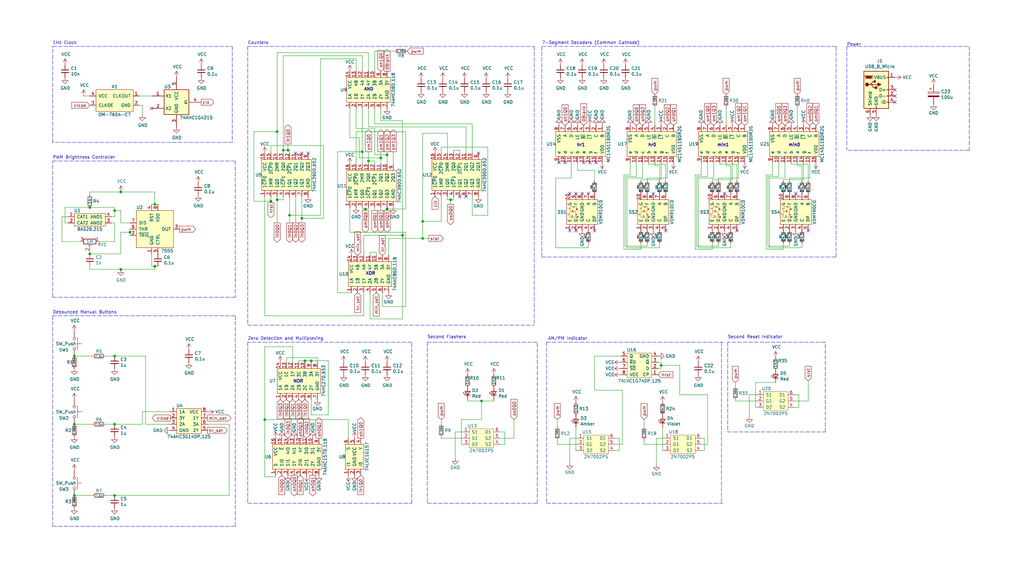
<source format=kicad_sch>
(kicad_sch (version 20211123) (generator eeschema)
  (paper "User" 419.989 235.001)
  (junction (at 63.5 109.22))
  (junction (at 118.745 88.265))
  (junction (at 165.1 96.52))
  (junction (at 123.825 89.535))
  (junction (at 49.53 78.74))
  (junction (at 53.34 95.25))
  (junction (at 149.86 85.725))
  (junction (at 125.095 147.955))
  (junction (at 173.355 97.79))
  (junction (at 36.83 85.09))
  (junction (at 46.99 146.05))
  (junction (at 156.21 64.77))
  (junction (at 158.75 85.725))
  (junction (at 197.485 164.465))
  (junction (at 116.205 61.595))
  (junction (at 113.665 81.915))
  (junction (at 63.5 83.82))
  (junction (at 148.59 62.23))
  (junction (at 151.13 66.04))
  (junction (at 30.48 173.99))
  (junction (at 46.99 86.36))
  (junction (at 111.125 82.55))
  (junction (at 173.355 90.805))
  (junction (at 46.99 203.2))
  (junction (at 30.48 203.2))
  (junction (at 36.83 104.14))
  (junction (at 127.635 147.955))
  (junction (at 108.585 172.085))
  (junction (at 158.75 63.5))
  (junction (at 184.785 81.915))
  (junction (at 46.99 173.99))
  (junction (at 49.53 110.49))
  (junction (at 271.145 149.86))
  (junction (at 30.48 146.05))
  (junction (at 118.11 61.595))
  (junction (at 113.665 53.975))
  (no_connect (at 267.97 79.375))
  (no_connect (at 243.84 94.615))
  (no_connect (at 196.215 62.865))
  (no_connect (at 273.05 94.615))
  (no_connect (at 188.595 80.645))
  (no_connect (at 367.03 39.37))
  (no_connect (at 126.365 62.865))
  (no_connect (at 244.475 66.675))
  (no_connect (at 326.39 79.375))
  (no_connect (at 236.22 79.375))
  (no_connect (at 238.76 79.375))
  (no_connect (at 297.18 79.375))
  (no_connect (at 62.23 44.45))
  (no_connect (at 231.775 66.675))
  (no_connect (at 367.03 36.83))
  (no_connect (at 241.935 66.675))
  (no_connect (at 121.285 62.865))
  (no_connect (at 331.47 94.615))
  (no_connect (at 241.3 79.375))
  (no_connect (at 236.22 94.615))
  (no_connect (at 239.395 66.675))
  (no_connect (at 123.825 62.865))
  (no_connect (at 367.03 41.91))
  (no_connect (at 233.68 79.375))
  (no_connect (at 233.68 94.615))
  (no_connect (at 191.135 80.645))
  (no_connect (at 302.26 94.615))
  (no_connect (at 229.235 66.675))
  (wire (pts (xy 116.205 22.86) (xy 148.59 22.86)))
  (wire (pts (xy 25.4 88.9) (xy 25.4 99.06)))
  (wire (pts (xy 331.47 67.31) (xy 324.485 67.31)))
  (polyline (pts (xy 222.25 19.05) (xy 222.25 105.41)))
  (wire (pts (xy 149.86 85.725) (xy 151.13 85.725)))
  (wire (pts (xy 113.665 21.59) (xy 113.665 53.975)))
  (wire (pts (xy 327.66 161.925) (xy 327.66 167.005)))
  (wire (pts (xy 146.05 24.13) (xy 146.05 29.21)))
  (wire (pts (xy 278.765 161.925) (xy 290.195 161.925)))
  (wire (pts (xy 227.965 101.6) (xy 241.3 101.6)))
  (wire (pts (xy 315.595 73.025) (xy 315.595 101.6)))
  (wire (pts (xy 258.445 66.675) (xy 258.445 71.755)))
  (wire (pts (xy 254 179.705) (xy 254 184.785)))
  (wire (pts (xy 165.1 96.52) (xy 165.1 130.81)))
  (wire (pts (xy 321.945 73.025) (xy 315.595 73.025)))
  (wire (pts (xy 271.145 151.13) (xy 269.875 151.13)))
  (wire (pts (xy 173.355 90.805) (xy 180.975 90.805)))
  (wire (pts (xy 46.99 99.06) (xy 40.64 99.06)))
  (wire (pts (xy 262.89 73.66) (xy 262.89 74.295)))
  (wire (pts (xy 332.105 66.675) (xy 332.105 73.025)))
  (wire (pts (xy 125.095 147.955) (xy 125.095 148.59)))
  (wire (pts (xy 183.515 54.61) (xy 183.515 62.865)))
  (wire (pts (xy 158.75 62.23) (xy 158.75 63.5)))
  (wire (pts (xy 113.03 195.58) (xy 113.03 194.945)))
  (wire (pts (xy 294.64 100.965) (xy 294.64 99.695)))
  (wire (pts (xy 183.515 80.645) (xy 183.515 81.915)))
  (wire (pts (xy 138.43 120.015) (xy 144.145 120.015)))
  (wire (pts (xy 290.195 161.925) (xy 290.195 182.245)))
  (wire (pts (xy 134.62 170.18) (xy 134.62 147.955)))
  (wire (pts (xy 113.665 53.975) (xy 104.14 53.975)))
  (wire (pts (xy 257.175 73.025) (xy 257.175 101.6)))
  (wire (pts (xy 154.305 103.505) (xy 151.765 103.505)))
  (wire (pts (xy 59.69 173.99) (xy 69.85 173.99)))
  (wire (pts (xy 227.965 73.025) (xy 227.965 101.6)))
  (wire (pts (xy 278.765 149.86) (xy 278.765 161.925)))
  (wire (pts (xy 147.32 64.77) (xy 147.32 56.515)))
  (wire (pts (xy 243.84 146.05) (xy 243.84 160.02)))
  (wire (pts (xy 290.195 66.675) (xy 290.195 72.39)))
  (wire (pts (xy 234.315 73.025) (xy 227.965 73.025)))
  (wire (pts (xy 175.895 97.79) (xy 173.355 97.79)))
  (wire (pts (xy 273.05 67.31) (xy 266.065 67.31)))
  (wire (pts (xy 233.68 179.705) (xy 233.68 189.865)))
  (wire (pts (xy 309.88 167.005) (xy 309.88 156.845)))
  (wire (pts (xy 57.15 39.37) (xy 62.23 39.37)))
  (wire (pts (xy 159.385 97.79) (xy 173.355 97.79)))
  (wire (pts (xy 151.13 85.725) (xy 151.13 85.09)))
  (wire (pts (xy 166.37 53.975) (xy 166.37 85.725)))
  (wire (pts (xy 165.1 96.52) (xy 149.225 96.52)))
  (wire (pts (xy 271.145 149.86) (xy 271.145 151.13)))
  (wire (pts (xy 328.93 67.945) (xy 328.93 74.295)))
  (wire (pts (xy 30.48 173.99) (xy 38.1 173.99)))
  (wire (pts (xy 180.975 179.705) (xy 180.975 179.07)))
  (wire (pts (xy 46.99 88.9) (xy 46.99 86.36)))
  (wire (pts (xy 149.86 86.36) (xy 149.86 85.725)))
  (wire (pts (xy 116.205 22.86) (xy 116.205 61.595)))
  (polyline (pts (xy 101.6 19.05) (xy 219.075 19.05)))
  (wire (pts (xy 243.84 74.295) (xy 243.84 69.85)))
  (wire (pts (xy 327.025 66.675) (xy 327.025 67.945)))
  (wire (pts (xy 254 184.785) (xy 252.095 184.785)))
  (wire (pts (xy 46.99 91.44) (xy 46.99 99.06)))
  (wire (pts (xy 262.89 102.235) (xy 262.89 99.695)))
  (wire (pts (xy 151.765 120.015) (xy 151.765 130.81)))
  (wire (pts (xy 138.43 62.23) (xy 138.43 120.015)))
  (wire (pts (xy 314.325 102.235) (xy 321.31 102.235)))
  (wire (pts (xy 153.67 50.8) (xy 153.67 44.45)))
  (wire (pts (xy 123.825 80.645) (xy 123.825 89.535)))
  (wire (pts (xy 309.88 156.845) (xy 318.135 156.845)))
  (wire (pts (xy 46.99 146.05) (xy 59.69 146.05)))
  (wire (pts (xy 36.83 104.14) (xy 36.83 102.87)))
  (wire (pts (xy 285.75 100.965) (xy 294.64 100.965)))
  (wire (pts (xy 243.84 160.02) (xy 255.27 160.02)))
  (wire (pts (xy 108.585 129.54) (xy 149.225 129.54)))
  (wire (pts (xy 125.095 147.955) (xy 122.555 147.955)))
  (wire (pts (xy 46.99 173.99) (xy 58.42 173.99)))
  (wire (pts (xy 63.5 109.22) (xy 64.77 109.22)))
  (wire (pts (xy 118.11 61.595) (xy 118.11 59.055)))
  (wire (pts (xy 36.83 110.49) (xy 49.53 110.49)))
  (wire (pts (xy 111.125 83.185) (xy 111.125 82.55)))
  (wire (pts (xy 63.5 78.74) (xy 49.53 78.74)))
  (wire (pts (xy 146.05 53.975) (xy 146.05 67.31)))
  (wire (pts (xy 151.13 66.04) (xy 153.67 66.04)))
  (wire (pts (xy 287.655 66.675) (xy 287.655 71.755)))
  (wire (pts (xy 269.875 148.59) (xy 271.145 148.59)))
  (wire (pts (xy 153.67 63.5) (xy 153.67 52.705)))
  (wire (pts (xy 270.51 67.945) (xy 270.51 74.295)))
  (wire (pts (xy 260.985 72.39) (xy 256.54 72.39)))
  (wire (pts (xy 43.18 146.05) (xy 46.99 146.05)))
  (wire (pts (xy 193.675 88.265) (xy 200.025 88.265)))
  (wire (pts (xy 131.445 24.13) (xy 131.445 88.265)))
  (wire (pts (xy 121.285 80.645) (xy 121.285 91.44)))
  (wire (pts (xy 189.23 172.085) (xy 197.485 172.085)))
  (wire (pts (xy 290.195 72.39) (xy 285.75 72.39)))
  (wire (pts (xy 207.01 182.245) (xy 205.105 182.245)))
  (polyline (pts (xy 96.52 121.92) (xy 21.59 121.92)))
  (wire (pts (xy 49.53 110.49) (xy 63.5 110.49)))
  (wire (pts (xy 148.59 85.725) (xy 149.86 85.725)))
  (wire (pts (xy 58.42 43.18) (xy 57.15 43.18)))
  (wire (pts (xy 309.88 167.005) (xy 310.515 167.005)))
  (wire (pts (xy 148.59 44.45) (xy 148.59 62.23)))
  (wire (pts (xy 36.83 78.74) (xy 49.53 78.74)))
  (wire (pts (xy 327.66 161.925) (xy 325.755 161.925)))
  (wire (pts (xy 202.565 164.465) (xy 202.565 163.83)))
  (wire (pts (xy 173.355 54.61) (xy 183.515 54.61)))
  (wire (pts (xy 256.54 100.965) (xy 265.43 100.965)))
  (wire (pts (xy 319.405 72.39) (xy 314.96 72.39)))
  (wire (pts (xy 123.825 89.535) (xy 123.825 91.44)))
  (wire (pts (xy 113.665 81.915) (xy 113.665 80.645)))
  (wire (pts (xy 207.01 177.165) (xy 205.105 177.165)))
  (polyline (pts (xy 175.26 206.375) (xy 220.345 206.375)))
  (wire (pts (xy 148.59 85.09) (xy 148.59 85.725)))
  (wire (pts (xy 151.13 21.59) (xy 151.13 29.21)))
  (wire (pts (xy 294.64 73.025) (xy 294.64 74.295)))
  (wire (pts (xy 310.515 161.925) (xy 307.34 161.925)))
  (wire (pts (xy 166.37 95.25) (xy 143.51 95.25)))
  (wire (pts (xy 301.625 164.465) (xy 310.515 164.465)))
  (wire (pts (xy 104.14 53.975) (xy 104.14 82.55)))
  (wire (pts (xy 108.585 172.085) (xy 108.585 195.58)))
  (wire (pts (xy 153.67 66.04) (xy 153.67 67.31)))
  (wire (pts (xy 118.745 61.595) (xy 118.745 62.865)))
  (wire (pts (xy 236.855 179.705) (xy 233.68 179.705)))
  (wire (pts (xy 117.475 146.685) (xy 117.475 148.59)))
  (wire (pts (xy 287.655 71.755) (xy 285.115 71.755)))
  (wire (pts (xy 53.34 93.98) (xy 53.34 95.25)))
  (wire (pts (xy 323.85 100.965) (xy 323.85 99.695)))
  (wire (pts (xy 151.13 52.07) (xy 191.135 52.07)))
  (wire (pts (xy 49.53 91.44) (xy 49.53 86.36)))
  (wire (pts (xy 252.095 182.245) (xy 255.27 182.245)))
  (wire (pts (xy 197.485 164.465) (xy 202.565 164.465)))
  (wire (pts (xy 186.69 177.165) (xy 186.69 187.96)))
  (wire (pts (xy 93.98 173.99) (xy 93.98 203.2)))
  (wire (pts (xy 158.75 85.725) (xy 158.75 85.09)))
  (wire (pts (xy 302.26 67.31) (xy 295.275 67.31)))
  (wire (pts (xy 138.43 62.23) (xy 148.59 62.23)))
  (wire (pts (xy 151.765 130.81) (xy 165.1 130.81)))
  (polyline (pts (xy 342.9 19.05) (xy 222.25 19.05)))
  (wire (pts (xy 122.555 147.955) (xy 122.555 148.59)))
  (polyline (pts (xy 347.345 19.05) (xy 397.51 19.05)))
  (wire (pts (xy 323.85 73.025) (xy 323.85 74.295)))
  (wire (pts (xy 297.815 66.675) (xy 297.815 67.945)))
  (wire (pts (xy 156.21 49.53) (xy 165.1 49.53)))
  (wire (pts (xy 113.665 53.975) (xy 113.665 62.865)))
  (wire (pts (xy 173.355 54.61) (xy 173.355 90.805)))
  (wire (pts (xy 59.69 146.05) (xy 59.69 173.99)))
  (wire (pts (xy 269.24 179.705) (xy 269.24 190.5)))
  (wire (pts (xy 153.67 20.955) (xy 153.67 29.21)))
  (wire (pts (xy 286.385 73.025) (xy 286.385 101.6)))
  (wire (pts (xy 273.685 73.025) (xy 265.43 73.025)))
  (polyline (pts (xy 101.6 19.05) (xy 101.6 133.35)))
  (wire (pts (xy 292.1 102.235) (xy 292.1 99.695)))
  (wire (pts (xy 49.53 86.36) (xy 46.99 86.36)))
  (wire (pts (xy 260.985 66.675) (xy 260.985 72.39)))
  (wire (pts (xy 149.225 96.52) (xy 149.225 104.775)))
  (wire (pts (xy 186.055 61.595) (xy 188.595 61.595)))
  (wire (pts (xy 46.99 86.36) (xy 46.99 85.09)))
  (wire (pts (xy 257.175 101.6) (xy 270.51 101.6)))
  (wire (pts (xy 314.96 100.965) (xy 323.85 100.965)))
  (wire (pts (xy 153.67 52.705) (xy 146.05 52.705)))
  (wire (pts (xy 108.585 195.58) (xy 113.03 195.58)))
  (wire (pts (xy 123.825 89.535) (xy 132.715 89.535)))
  (polyline (pts (xy 21.59 66.04) (xy 96.52 66.04)))
  (wire (pts (xy 273.685 66.675) (xy 273.685 73.025)))
  (wire (pts (xy 132.715 89.535) (xy 132.715 59.69)))
  (wire (pts (xy 268.605 67.945) (xy 270.51 67.945)))
  (wire (pts (xy 302.26 74.295) (xy 302.26 67.31)))
  (polyline (pts (xy 101.6 133.35) (xy 219.075 133.35)))
  (polyline (pts (xy 220.345 140.335) (xy 175.26 140.335)))
  (wire (pts (xy 62.23 83.82) (xy 63.5 83.82)))
  (wire (pts (xy 324.485 67.31) (xy 324.485 66.675)))
  (polyline (pts (xy 298.45 177.165) (xy 338.455 177.165)))
  (wire (pts (xy 132.715 59.69) (xy 111.125 59.69)))
  (polyline (pts (xy 168.91 206.375) (xy 168.91 140.335)))
  (wire (pts (xy 263.525 73.025) (xy 257.175 73.025)))
  (wire (pts (xy 193.675 80.645) (xy 193.675 88.265)))
  (wire (pts (xy 130.175 146.685) (xy 117.475 146.685)))
  (wire (pts (xy 45.72 91.44) (xy 46.99 91.44)))
  (wire (pts (xy 327.66 167.005) (xy 325.755 167.005)))
  (polyline (pts (xy 21.59 19.05) (xy 95.25 19.05)))
  (wire (pts (xy 127.635 147.955) (xy 125.095 147.955)))
  (wire (pts (xy 205.105 179.705) (xy 210.82 179.705)))
  (wire (pts (xy 234.315 66.675) (xy 234.315 73.025)))
  (wire (pts (xy 49.53 95.25) (xy 49.53 104.14)))
  (wire (pts (xy 228.6 175.26) (xy 228.6 172.085)))
  (wire (pts (xy 53.34 95.25) (xy 53.34 96.52)))
  (wire (pts (xy 156.21 64.77) (xy 147.32 64.77)))
  (wire (pts (xy 26.67 85.09) (xy 36.83 85.09)))
  (polyline (pts (xy 397.51 61.595) (xy 347.345 61.595)))
  (wire (pts (xy 146.05 52.705) (xy 146.05 44.45)))
  (wire (pts (xy 285.115 71.755) (xy 285.115 102.235)))
  (wire (pts (xy 228.6 182.245) (xy 236.855 182.245)))
  (wire (pts (xy 207.01 177.165) (xy 207.01 182.245)))
  (wire (pts (xy 314.96 72.39) (xy 314.96 100.965)))
  (wire (pts (xy 93.98 173.99) (xy 85.09 173.99)))
  (wire (pts (xy 263.525 66.675) (xy 263.525 73.025)))
  (wire (pts (xy 58.42 173.99) (xy 58.42 168.91)))
  (wire (pts (xy 228.6 180.34) (xy 228.6 182.245)))
  (wire (pts (xy 301.625 158.75) (xy 301.625 156.845)))
  (polyline (pts (xy 101.6 140.335) (xy 101.6 206.375)))
  (polyline (pts (xy 96.52 66.04) (xy 96.52 121.92)))
  (wire (pts (xy 271.145 148.59) (xy 271.145 149.86)))
  (polyline (pts (xy 224.155 140.335) (xy 224.155 206.375)))
  (polyline (pts (xy 219.075 19.05) (xy 219.075 133.35)))
  (wire (pts (xy 271.145 66.675) (xy 271.145 73.66)))
  (wire (pts (xy 191.77 163.83) (xy 191.77 164.465)))
  (wire (pts (xy 43.18 173.99) (xy 46.99 173.99)))
  (wire (pts (xy 30.48 203.2) (xy 38.1 203.2)))
  (wire (pts (xy 127.635 163.83) (xy 127.635 170.18)))
  (wire (pts (xy 300.355 66.675) (xy 300.355 73.66)))
  (polyline (pts (xy 95.25 58.42) (xy 21.59 58.42)))
  (wire (pts (xy 118.745 88.265) (xy 118.745 91.44)))
  (wire (pts (xy 285.75 72.39) (xy 285.75 100.965)))
  (wire (pts (xy 297.815 67.945) (xy 299.72 67.945)))
  (wire (pts (xy 299.72 67.945) (xy 299.72 74.295)))
  (wire (pts (xy 111.125 82.55) (xy 111.125 80.645)))
  (wire (pts (xy 25.4 99.06) (xy 33.02 99.06)))
  (polyline (pts (xy 21.59 58.42) (xy 21.59 19.05)))
  (wire (pts (xy 288.925 179.705) (xy 288.925 184.785)))
  (wire (pts (xy 113.665 21.59) (xy 151.13 21.59)))
  (polyline (pts (xy 220.345 206.375) (xy 220.345 140.335)))
  (wire (pts (xy 151.13 66.04) (xy 151.13 67.31)))
  (wire (pts (xy 315.595 101.6) (xy 328.93 101.6)))
  (wire (pts (xy 127.635 170.18) (xy 134.62 170.18)))
  (polyline (pts (xy 397.51 19.05) (xy 397.51 61.595)))
  (wire (pts (xy 173.355 90.805) (xy 173.355 97.79)))
  (wire (pts (xy 147.32 56.515) (xy 143.51 56.515)))
  (wire (pts (xy 159.385 97.79) (xy 159.385 104.775)))
  (wire (pts (xy 43.18 203.2) (xy 46.99 203.2)))
  (wire (pts (xy 62.23 104.14) (xy 62.23 109.22)))
  (polyline (pts (xy 21.59 215.9) (xy 96.52 215.9)))
  (wire (pts (xy 327.025 67.945) (xy 328.93 67.945)))
  (wire (pts (xy 46.99 203.2) (xy 93.98 203.2)))
  (wire (pts (xy 271.145 149.86) (xy 278.765 149.86)))
  (wire (pts (xy 130.175 148.59) (xy 130.175 146.685)))
  (wire (pts (xy 286.385 101.6) (xy 299.72 101.6)))
  (polyline (pts (xy 101.6 206.375) (xy 168.91 206.375)))
  (wire (pts (xy 156.845 125.73) (xy 166.37 125.73)))
  (wire (pts (xy 158.75 86.36) (xy 158.75 85.725)))
  (wire (pts (xy 265.43 100.965) (xy 265.43 99.695)))
  (polyline (pts (xy 224.155 206.375) (xy 296.545 206.375)))
  (wire (pts (xy 329.565 66.675) (xy 329.565 73.66)))
  (wire (pts (xy 161.925 20.955) (xy 153.67 20.955)))
  (wire (pts (xy 295.275 67.31) (xy 295.275 66.675)))
  (wire (pts (xy 180.975 60.325) (xy 180.975 62.865)))
  (wire (pts (xy 321.945 66.675) (xy 321.945 73.025)))
  (wire (pts (xy 316.865 71.755) (xy 314.325 71.755)))
  (wire (pts (xy 142.875 172.085) (xy 142.875 179.705)))
  (wire (pts (xy 186.055 62.865) (xy 186.055 61.595)))
  (wire (pts (xy 26.67 91.44) (xy 27.94 91.44)))
  (wire (pts (xy 189.865 177.165) (xy 186.69 177.165)))
  (wire (pts (xy 58.42 168.91) (xy 69.85 168.91)))
  (wire (pts (xy 111.125 59.69) (xy 111.125 62.865)))
  (wire (pts (xy 36.83 80.01) (xy 36.83 78.74)))
  (wire (pts (xy 189.23 182.245) (xy 189.23 172.085)))
  (wire (pts (xy 104.14 82.55) (xy 111.125 82.55)))
  (polyline (pts (xy 298.45 140.335) (xy 298.45 177.165)))
  (polyline (pts (xy 295.91 140.335) (xy 295.91 206.375)))
  (wire (pts (xy 154.305 104.775) (xy 154.305 103.505)))
  (polyline (pts (xy 21.59 129.54) (xy 96.52 129.54)))
  (wire (pts (xy 116.205 62.865) (xy 116.205 61.595)))
  (wire (pts (xy 45.72 88.9) (xy 46.99 88.9)))
  (wire (pts (xy 118.11 61.595) (xy 118.745 61.595)))
  (wire (pts (xy 264.16 182.245) (xy 272.415 182.245)))
  (wire (pts (xy 329.565 73.66) (xy 321.31 73.66)))
  (wire (pts (xy 191.77 164.465) (xy 197.485 164.465)))
  (wire (pts (xy 285.115 102.235) (xy 292.1 102.235)))
  (wire (pts (xy 288.925 184.785) (xy 287.655 184.785)))
  (wire (pts (xy 184.785 81.915) (xy 186.055 81.915)))
  (polyline (pts (xy 175.26 140.335) (xy 175.26 206.375)))
  (wire (pts (xy 143.51 44.45) (xy 143.51 56.515)))
  (wire (pts (xy 30.48 146.05) (xy 38.1 146.05)))
  (wire (pts (xy 255.905 102.235) (xy 262.89 102.235)))
  (wire (pts (xy 271.78 184.785) (xy 272.415 184.785)))
  (wire (pts (xy 156.21 85.09) (xy 156.21 86.36)))
  (wire (pts (xy 254.635 146.05) (xy 243.84 146.05)))
  (wire (pts (xy 108.585 142.24) (xy 108.585 172.085)))
  (wire (pts (xy 63.5 109.22) (xy 63.5 110.49)))
  (wire (pts (xy 116.205 81.915) (xy 113.665 81.915)))
  (wire (pts (xy 49.53 104.14) (xy 36.83 104.14)))
  (wire (pts (xy 148.59 22.86) (xy 148.59 29.21)))
  (wire (pts (xy 149.225 120.015) (xy 149.225 129.54)))
  (wire (pts (xy 273.05 74.295) (xy 273.05 67.31)))
  (wire (pts (xy 319.405 66.675) (xy 319.405 72.39)))
  (wire (pts (xy 53.34 95.25) (xy 49.53 95.25)))
  (wire (pts (xy 241.3 101.6) (xy 241.3 99.695)))
  (wire (pts (xy 148.59 62.23) (xy 148.59 67.31)))
  (wire (pts (xy 180.975 179.705) (xy 189.865 179.705)))
  (wire (pts (xy 158.75 85.725) (xy 166.37 85.725)))
  (wire (pts (xy 327.025 43.815) (xy 327.025 51.435)))
  (wire (pts (xy 161.29 62.23) (xy 161.29 67.31)))
  (wire (pts (xy 108.585 80.645) (xy 108.585 129.54)))
  (wire (pts (xy 256.54 72.39) (xy 256.54 100.965)))
  (wire (pts (xy 156.21 62.23) (xy 156.21 64.77)))
  (wire (pts (xy 332.105 73.025) (xy 323.85 73.025)))
  (wire (pts (xy 200.025 88.265) (xy 200.025 60.325)))
  (polyline (pts (xy 21.59 129.54) (xy 21.59 215.9)))
  (wire (pts (xy 236.855 66.675) (xy 236.855 69.85)))
  (wire (pts (xy 271.145 73.66) (xy 262.89 73.66)))
  (wire (pts (xy 314.325 71.755) (xy 314.325 102.235)))
  (wire (pts (xy 236.22 184.785) (xy 236.22 175.26)))
  (wire (pts (xy 158.75 63.5) (xy 158.75 67.31)))
  (wire (pts (xy 156.845 120.015) (xy 156.845 125.73)))
  (wire (pts (xy 193.675 50.8) (xy 193.675 62.865)))
  (wire (pts (xy 292.735 73.025) (xy 286.385 73.025)))
  (polyline (pts (xy 224.155 140.335) (xy 296.545 140.335)))
  (wire (pts (xy 189.23 182.245) (xy 189.865 182.245)))
  (wire (pts (xy 191.135 52.07) (xy 191.135 62.865)))
  (wire (pts (xy 180.975 173.99) (xy 180.975 172.085)))
  (wire (pts (xy 325.755 164.465) (xy 331.47 164.465)))
  (polyline (pts (xy 96.52 129.54) (xy 96.52 215.9)))
  (wire (pts (xy 166.37 53.975) (xy 146.05 53.975)))
  (wire (pts (xy 331.47 156.21) (xy 331.47 164.465)))
  (wire (pts (xy 272.415 179.705) (xy 269.24 179.705)))
  (wire (pts (xy 36.83 109.22) (xy 36.83 110.49)))
  (polyline (pts (xy 338.455 177.165) (xy 338.455 140.335)))
  (wire (pts (xy 264.16 175.26) (xy 264.16 172.085)))
  (wire (pts (xy 180.975 80.645) (xy 180.975 90.805)))
  (wire (pts (xy 131.445 24.13) (xy 146.05 24.13)))
  (wire (pts (xy 301.625 164.465) (xy 301.625 163.83)))
  (wire (pts (xy 36.83 85.09) (xy 46.99 85.09)))
  (wire (pts (xy 270.51 101.6) (xy 270.51 99.695)))
  (wire (pts (xy 165.1 49.53) (xy 165.1 96.52)))
  (wire (pts (xy 131.445 88.265) (xy 118.745 88.265)))
  (wire (pts (xy 153.67 85.09) (xy 153.67 86.36)))
  (wire (pts (xy 27.94 88.9) (xy 25.4 88.9)))
  (wire (pts (xy 156.21 44.45) (xy 156.21 49.53)))
  (wire (pts (xy 120.015 142.24) (xy 108.585 142.24)))
  (wire (pts (xy 200.025 60.325) (xy 180.975 60.325)))
  (wire (pts (xy 292.1 73.66) (xy 292.1 74.295)))
  (wire (pts (xy 268.605 66.675) (xy 268.605 67.945)))
  (wire (pts (xy 53.34 91.44) (xy 49.53 91.44)))
  (wire (pts (xy 151.13 62.23) (xy 151.13 66.04)))
  (wire (pts (xy 151.765 103.505) (xy 151.765 104.775)))
  (wire (pts (xy 127.635 148.59) (xy 127.635 147.955)))
  (wire (pts (xy 292.735 66.675) (xy 292.735 73.025)))
  (wire (pts (xy 264.16 180.34) (xy 264.16 182.245)))
  (wire (pts (xy 143.51 95.25) (xy 143.51 85.09)))
  (wire (pts (xy 328.93 101.6) (xy 328.93 99.695)))
  (wire (pts (xy 243.84 69.85) (xy 236.855 69.85)))
  (wire (pts (xy 287.655 179.705) (xy 288.925 179.705)))
  (wire (pts (xy 63.5 83.82) (xy 64.77 83.82)))
  (wire (pts (xy 255.27 160.02) (xy 255.27 182.245)))
  (wire (pts (xy 321.31 73.66) (xy 321.31 74.295)))
  (wire (pts (xy 58.42 46.99) (xy 58.42 43.18)))
  (wire (pts (xy 134.62 147.955) (xy 127.635 147.955)))
  (polyline (pts (xy 168.91 140.335) (xy 101.6 140.335)))
  (wire (pts (xy 302.895 66.675) (xy 302.895 73.025)))
  (wire (pts (xy 116.205 61.595) (xy 118.11 61.595)))
  (wire (pts (xy 299.72 101.6) (xy 299.72 99.695)))
  (polyline (pts (xy 95.25 19.05) (xy 95.25 58.42)))
  (wire (pts (xy 118.745 80.645) (xy 118.745 88.265)))
  (wire (pts (xy 158.75 63.5) (xy 153.67 63.5)))
  (wire (pts (xy 63.5 83.82) (xy 63.5 78.74)))
  (wire (pts (xy 331.47 74.295) (xy 331.47 67.31)))
  (wire (pts (xy 62.23 109.22) (xy 63.5 109.22)))
  (wire (pts (xy 265.43 73.025) (xy 265.43 74.295)))
  (polyline (pts (xy 342.9 105.41) (xy 342.9 19.05)))
  (wire (pts (xy 236.22 184.785) (xy 236.855 184.785)))
  (polyline (pts (xy 222.25 105.41) (xy 342.9 105.41)))
  (wire (pts (xy 271.78 175.26) (xy 271.78 184.785)))
  (wire (pts (xy 268.605 43.815) (xy 268.605 51.435)))
  (wire (pts (xy 188.595 61.595) (xy 188.595 62.865)))
  (wire (pts (xy 151.13 52.07) (xy 151.13 44.45)))
  (wire (pts (xy 113.665 91.44) (xy 113.665 81.915)))
  (wire (pts (xy 116.205 80.645) (xy 116.205 81.915)))
  (wire (pts (xy 258.445 71.755) (xy 255.905 71.755)))
  (wire (pts (xy 302.895 73.025) (xy 294.64 73.025)))
  (wire (pts (xy 290.195 182.245) (xy 287.655 182.245)))
  (wire (pts (xy 197.485 172.085) (xy 197.485 164.465)))
  (polyline (pts (xy 347.345 19.05) (xy 347.345 61.595)))
  (wire (pts (xy 186.055 81.915) (xy 186.055 80.645)))
  (wire (pts (xy 321.31 102.235) (xy 321.31 99.695)))
  (wire (pts (xy 108.585 172.085) (xy 142.875 172.085)))
  (wire (pts (xy 210.82 172.085) (xy 210.82 179.705)))
  (wire (pts (xy 307.34 161.925) (xy 307.34 170.815)))
  (wire (pts (xy 166.37 95.25) (xy 166.37 125.73)))
  (wire (pts (xy 183.515 81.915) (xy 184.785 81.915)))
  (wire (pts (xy 316.865 66.675) (xy 316.865 71.755)))
  (wire (pts (xy 34.29 39.37) (xy 36.83 39.37)))
  (wire (pts (xy 255.905 71.755) (xy 255.905 102.235)))
  (wire (pts (xy 120.015 148.59) (xy 120.015 142.24)))
  (wire (pts (xy 266.065 67.31) (xy 266.065 66.675)))
  (polyline (pts (xy 21.59 121.92) (xy 21.59 66.04)))
  (wire (pts (xy 184.785 83.82) (xy 184.785 81.915)))
  (wire (pts (xy 300.355 73.66) (xy 292.1 73.66)))
  (polyline (pts (xy 338.455 140.335) (xy 298.45 140.335)))
  (wire (pts (xy 297.815 43.815) (xy 297.815 51.435)))
  (wire (pts (xy 26.67 85.09) (xy 26.67 91.44)))
  (wire (pts (xy 252.095 179.705) (xy 254 179.705)))
  (wire (pts (xy 156.21 64.77) (xy 156.21 67.31)))
  (wire (pts (xy 153.67 50.8) (xy 193.675 50.8)))
  (text "PWM Brightness Controller" (at 21.59 65.405 0) (effects (font (size 1.27 1.27)) (justify left bottom)))
  (text "XOR" (at 149.86 113.03 0) (effects (font (size 1.27 1.27) (thickness 0.254) bold) (justify left bottom)))
  (text "Second Flashers" (at 175.26 139.065 0) (effects (font (size 1.27 1.27)) (justify left bottom)))
  (text "Second Reset Indicator" (at 298.45 139.065 0) (effects (font (size 1.27 1.27)) (justify left bottom)))
  (text "AND" (at 149.225 37.465 0) (effects (font (size 1.27 1.27) (thickness 0.254) bold) (justify left bottom)))
  (text "Power" (at 347.345 19.05 0) (effects (font (size 1.27 1.27)) (justify left bottom)))
  (text "Counters" (at 101.6 18.415 0) (effects (font (size 1.27 1.27)) (justify left bottom)))
  (text "7-Segment Decoders (Common Cathode)" (at 222.25 18.415 0) (effects (font (size 1.27 1.27)) (justify left bottom)))
  (text "1Hz Clock" (at 21.59 18.415 0) (effects (font (size 1.27 1.27)) (justify left bottom)))
  (text "Zero Detection and Multiplexing" (at 101.6 139.7 0) (effects (font (size 1.27 1.27)) (justify left bottom)))
  (text "NOR" (at 120.1928 157.226 0) (effects (font (size 1.27 1.27) (thickness 0.254) bold) (justify left bottom)))
  (text "hr0" (at 269.24 60.325 180) (effects (font (size 1.27 1.27) (thickness 0.254) bold) (justify right bottom)))
  (text "AM/PM Indicator" (at 224.79 139.7 0) (effects (font (size 1.27 1.27)) (justify left bottom)))
  (text "min0" (at 328.295 60.325 180) (effects (font (size 1.27 1.27) (thickness 0.254) bold) (justify right bottom)))
  (text "hr1" (at 240.03 60.325 180) (effects (font (size 1.27 1.27) (thickness 0.254) bold) (justify right bottom)))
  (text "Debounced Manual Buttons" (at 21.59 128.905 0) (effects (font (size 1.27 1.27)) (justify left bottom)))
  (text "min1" (at 299.085 60.325 180) (effects (font (size 1.27 1.27) (thickness 0.254) bold) (justify right bottom)))
  (global_label "oh0Q1" (shape input) (at 276.225 51.435 90) (property "Intersheet References" "${INTERSHEET_REFS}" (effects hide)))
  (global_label "ih0Q3" (shape output) (at 123.825 91.44 270) (property "Intersheet References" "${INTERSHEET_REFS}" (effects hide)))
  (global_label "srst" (shape output) (at 175.895 97.79 0) (property "Intersheet References" "${INTERSHEET_REFS}" (effects hide)))
  (global_label "ih0Q3" (shape input) (at 114.935 163.83 270) (property "Intersheet References" "${INTERSHEET_REFS}" (effects hide)))
  (global_label "oh0Q1" (shape output) (at 128.27 194.945 270) (property "Intersheet References" "${INTERSHEET_REFS}" (effects hide)))
  (global_label "om0Q0" (shape output) (at 149.86 86.36 270) (property "Intersheet References" "${INTERSHEET_REFS}" (effects hide)))
  (global_label "ih0Q2" (shape input) (at 117.475 163.83 270) (property "Intersheet References" "${INTERSHEET_REFS}" (effects hide)))
  (global_label "clk" (shape input) (at 178.435 80.645 270) (property "Intersheet References" "${INTERSHEET_REFS}" (effects hide)))
  (global_label "min_set" (shape input) (at 146.685 104.775 90) (property "Intersheet References" "${INTERSHEET_REFS}" (effects hide)))
  (global_label "ih0Q0" (shape input) (at 115.57 194.945 270) (property "Intersheet References" "${INTERSHEET_REFS}" (effects hide)))
  (global_label "pwm" (shape input) (at 228.6 172.085 90) (property "Intersheet References" "${INTERSHEET_REFS}" (effects hide)))
  (global_label "om1Q0" (shape input) (at 290.195 51.435 90) (property "Intersheet References" "${INTERSHEET_REFS}" (effects hide)))
  (global_label "ih0Q1" (shape output) (at 118.745 91.44 270) (property "Intersheet References" "${INTERSHEET_REFS}" (effects hide)))
  (global_label "om1Q0" (shape output) (at 151.13 62.23 90) (property "Intersheet References" "${INTERSHEET_REFS}" (effects hide)))
  (global_label "pwm" (shape input) (at 167.005 20.955 0) (property "Intersheet References" "${INTERSHEET_REFS}" (effects hide)))
  (global_label "oh1Q0" (shape input) (at 231.775 51.435 90) (property "Intersheet References" "${INTERSHEET_REFS}" (effects hide)))
  (global_label "ih0Q1" (shape input) (at 120.015 163.83 270) (property "Intersheet References" "${INTERSHEET_REFS}" (effects hide)))
  (global_label "pwm" (shape input) (at 268.605 38.735 90) (property "Intersheet References" "${INTERSHEET_REFS}" (effects hide)))
  (global_label "oh1Q0" (shape output) (at 147.955 179.705 90) (property "Intersheet References" "${INTERSHEET_REFS}" (effects hide)))
  (global_label "srst" (shape input) (at 331.47 156.21 90) (property "Intersheet References" "${INTERSHEET_REFS}" (effects hide)))
  (global_label "om0Q2" (shape input) (at 332.105 51.435 90) (property "Intersheet References" "${INTERSHEET_REFS}" (effects hide)))
  (global_label "om1Q2" (shape output) (at 158.75 62.23 90) (property "Intersheet References" "${INTERSHEET_REFS}" (effects hide)))
  (global_label "om0Q1" (shape input) (at 334.645 51.435 90) (property "Intersheet References" "${INTERSHEET_REFS}" (effects hide)))
  (global_label "om1Q3" (shape input) (at 292.735 51.435 90) (property "Intersheet References" "${INTERSHEET_REFS}" (effects hide)))
  (global_label "oh0Q0" (shape output) (at 120.65 194.945 270) (property "Intersheet References" "${INTERSHEET_REFS}" (effects hide)))
  (global_label "om1Q1" (shape input) (at 305.435 51.435 90) (property "Intersheet References" "${INTERSHEET_REFS}" (effects hide)))
  (global_label "ih0Q2" (shape output) (at 121.285 91.44 270) (property "Intersheet References" "${INTERSHEET_REFS}" (effects hide)))
  (global_label "os0Q0" (shape output) (at 184.785 83.82 270) (property "Intersheet References" "${INTERSHEET_REFS}" (effects hide)))
  (global_label "os0Q0" (shape input) (at 210.82 172.085 90) (property "Intersheet References" "${INTERSHEET_REFS}" (effects hide)))
  (global_label "pwm" (shape input) (at 327.025 38.735 90) (property "Intersheet References" "${INTERSHEET_REFS}" (effects hide)))
  (global_label "0Blank" (shape output) (at 158.75 29.21 90) (property "Intersheet References" "${INTERSHEET_REFS}" (effects hide)))
  (global_label "clkoe" (shape input) (at 36.83 43.18 180) (property "Intersheet References" "${INTERSHEET_REFS}" (effects hide)))
  (global_label "oh1Q0" (shape input) (at 156.21 29.21 90) (property "Intersheet References" "${INTERSHEET_REFS}" (effects hide)))
  (global_label "ih1Q0" (shape output) (at 118.11 59.055 90) (property "Intersheet References" "${INTERSHEET_REFS}" (effects hide)))
  (global_label "om1Q2" (shape input) (at 302.895 51.435 90) (property "Intersheet References" "${INTERSHEET_REFS}" (effects hide)))
  (global_label "ih0Q3" (shape input) (at 118.11 179.705 90) (property "Intersheet References" "${INTERSHEET_REFS}" (effects hide)))
  (global_label "clkoe" (shape output) (at 69.85 171.45 180) (property "Intersheet References" "${INTERSHEET_REFS}" (effects hide)))
  (global_label "ih0Q1" (shape input) (at 123.19 194.945 270) (property "Intersheet References" "${INTERSHEET_REFS}" (effects hide)))
  (global_label "pwm" (shape output) (at 73.66 93.98 0) (property "Intersheet References" "${INTERSHEET_REFS}" (effects hide)))
  (global_label "pwm" (shape input) (at 297.815 38.735 90) (property "Intersheet References" "${INTERSHEET_REFS}" (effects hide)))
  (global_label "ih0Q0" (shape output) (at 113.665 91.44 270) (property "Intersheet References" "${INTERSHEET_REFS}" (effects hide)))
  (global_label "hr_set" (shape input) (at 156.845 104.775 90) (property "Intersheet References" "${INTERSHEET_REFS}" (effects hide)))
  (global_label "om0Q1" (shape output) (at 153.67 86.36 270) (property "Intersheet References" "${INTERSHEET_REFS}" (effects hide)))
  (global_label "om1Q1" (shape output) (at 156.21 62.23 90) (property "Intersheet References" "${INTERSHEET_REFS}" (effects hide)))
  (global_label "clk" (shape output) (at 82.55 41.91 0) (property "Intersheet References" "${INTERSHEET_REFS}" (effects hide)))
  (global_label "pwm" (shape input) (at 264.16 172.085 90) (property "Intersheet References" "${INTERSHEET_REFS}" (effects hide)))
  (global_label "0Blank" (shape input) (at 239.395 51.435 90) (property "Intersheet References" "${INTERSHEET_REFS}" (effects hide)))
  (global_label "min_set" (shape output) (at 85.09 171.45 0) (property "Intersheet References" "${INTERSHEET_REFS}" (effects hide)))
  (global_label "oh0Q3" (shape input) (at 263.525 51.435 90) (property "Intersheet References" "${INTERSHEET_REFS}" (effects hide)))
  (global_label "om1Q3" (shape output) (at 161.29 62.23 90) (property "Intersheet References" "${INTERSHEET_REFS}" (effects hide)))
  (global_label "pwm" (shape input) (at 301.625 156.845 90) (property "Intersheet References" "${INTERSHEET_REFS}" (effects hide)))
  (global_label "ih1Q0" (shape input) (at 125.095 163.83 270) (property "Intersheet References" "${INTERSHEET_REFS}" (effects hide)))
  (global_label "om0Q3" (shape input) (at 321.945 51.435 90) (property "Intersheet References" "${INTERSHEET_REFS}" (effects hide)))
  (global_label "ih0Q2" (shape input) (at 125.73 179.705 90) (property "Intersheet References" "${INTERSHEET_REFS}" (effects hide)))
  (global_label "hr_set" (shape input) (at 146.685 120.015 270) (property "Intersheet References" "${INTERSHEET_REFS}" (effects hide)))
  (global_label "hrst" (shape input) (at 269.875 153.67 0) (property "Intersheet References" "${INTERSHEET_REFS}" (effects hide)))
  (global_label "hrst" (shape output) (at 111.125 83.185 270) (property "Intersheet References" "${INTERSHEET_REFS}" (effects hide)))
  (global_label "om0Q3" (shape output) (at 158.75 86.36 270) (property "Intersheet References" "${INTERSHEET_REFS}" (effects hide)))
  (global_label "min_set" (shape input) (at 154.305 120.015 270) (property "Intersheet References" "${INTERSHEET_REFS}" (effects hide)))
  (global_label "oh0Q2" (shape input) (at 273.685 51.435 90) (property "Intersheet References" "${INTERSHEET_REFS}" (effects hide)))
  (global_label "ih0Q0" (shape input) (at 122.555 163.83 270) (property "Intersheet References" "${INTERSHEET_REFS}" (effects hide)))
  (global_label "om0Q0" (shape input) (at 319.405 51.435 90) (property "Intersheet References" "${INTERSHEET_REFS}" (effects hide)))
  (global_label "oh0Q3" (shape output) (at 123.19 179.705 90) (property "Intersheet References" "${INTERSHEET_REFS}" (effects hide)))
  (global_label "ih1Q0" (shape input) (at 147.955 194.945 270) (property "Intersheet References" "${INTERSHEET_REFS}" (effects hide)))
  (global_label "pwm" (shape input) (at 180.975 172.085 90) (property "Intersheet References" "${INTERSHEET_REFS}" (effects hide)))
  (global_label "oh0Q0" (shape input) (at 260.985 51.435 90) (property "Intersheet References" "${INTERSHEET_REFS}" (effects hide)))
  (global_label "oh0Q2" (shape output) (at 130.81 179.705 90) (property "Intersheet References" "${INTERSHEET_REFS}" (effects hide)))
  (global_label "om0Q2" (shape output) (at 156.21 86.36 270) (property "Intersheet References" "${INTERSHEET_REFS}" (effects hide)))
  (global_label "hr_set" (shape output) (at 85.09 176.53 0) (property "Intersheet References" "${INTERSHEET_REFS}" (effects hide)))
  (symbol (lib_id "CMOS_Clock_V1:OM-7604-C7") (at 46.99 40.64 0) (unit 1)
    (property "Reference" "X1" (at 46.99 35.56 0))
    (property "Value" "OM-7604-C7" (at 46.99 46.99 0))
    (property "Footprint" "src:OSC_OM-7604-C7" (effects hide))
  )
  (symbol (lib_id "power:GND") (at 58.42 46.99 0) (unit 1)
    (property "Reference" "#PWR015" (effects hide))
    (property "Value" "GND" (at 58.547 51.3842 0))
  )
  (symbol (lib_id "74xGxx:74AHC1G4210") (at 72.39 41.91 0) (unit 1)
    (property "Reference" "U3" (at 67.31 35.56 0) (effects (justify left)))
    (property "Value" "74AHC1G4215" (at 73.66 48.26 0) (effects (justify left)))
    (property "Footprint" "src:74AHC1G4215" (effects hide))
    (property "Datasheet" "https://assets.nexperia.com/documents/data-sheet/74AHC1G4210.pdf" (effects hide))
  )
  (symbol (lib_id "power:GND") (at 72.39 52.07 0) (unit 1)
    (property "Reference" "#PWR018" (effects hide))
    (property "Value" "GND" (at 72.517 56.4642 0))
  )
  (symbol (lib_id "CMOS_Clock_V1:74HC390D,652") (at 117.475 71.755 90) (unit 1)
    (property "Reference" "U5" (at 106.045 71.755 90))
    (property "Value" "74HC390D,652" (at 128.905 71.755 0))
    (property "Footprint" "src:SOT109-1" (effects hide))
  )
  (symbol (lib_id "power:VCC") (at 34.29 39.37 0) (unit 1)
    (property "Reference" "#PWR09" (effects hide))
    (property "Value" "VCC" (at 34.671 34.9758 0))
  )
  (symbol (lib_id "power:VCC") (at 72.39 31.75 0) (unit 1)
    (property "Reference" "#PWR017" (effects hide))
    (property "Value" "VCC" (at 72.771 27.3558 0))
  )
  (symbol (lib_id "power:VCC") (at 26.67 26.67 0) (unit 1)
    (property "Reference" "#PWR01" (effects hide))
    (property "Value" "VCC" (at 27.051 22.2758 0))
  )
  (symbol (lib_id "Device:C_Small") (at 26.67 29.21 0) (unit 1)
    (property "Reference" "C1" (at 29.0068 28.0416 0) (effects (justify left)))
    (property "Value" "10n" (at 29.0068 30.353 0) (effects (justify left)))
    (property "Footprint" "Capacitor_SMD:C_0805_2012Metric_Pad1.18x1.45mm_HandSolder" (effects hide))
  )
  (symbol (lib_id "power:GND") (at 26.67 31.75 0) (unit 1)
    (property "Reference" "#PWR02" (effects hide))
    (property "Value" "GND" (at 26.797 36.1442 0))
  )
  (symbol (lib_id "power:VCC") (at 82.55 26.67 0) (unit 1)
    (property "Reference" "#PWR023" (effects hide))
    (property "Value" "VCC" (at 82.931 22.2758 0))
  )
  (symbol (lib_id "power:GND") (at 82.55 31.75 0) (unit 1)
    (property "Reference" "#PWR024" (effects hide))
    (property "Value" "GND" (at 82.677 36.1442 0))
  )
  (symbol (lib_id "Device:C_Small") (at 82.55 29.21 0) (unit 1)
    (property "Reference" "C9" (at 84.8868 28.0416 0) (effects (justify left)))
    (property "Value" "0.1u" (at 84.8868 30.353 0) (effects (justify left)))
    (property "Footprint" "Capacitor_SMD:C_0805_2012Metric_Pad1.18x1.45mm_HandSolder" (effects hide))
  )
  (symbol (lib_id "CMOS_Clock_V1:74HC390D,652") (at 152.4 76.2 90) (unit 1)
    (property "Reference" "U11" (at 140.335 76.2 90))
    (property "Value" "74HC390D,652" (at 163.83 76.2 0))
    (property "Footprint" "src:SOT109-1" (effects hide))
  )
  (symbol (lib_id "CMOS_Clock_V1:74HC390D,652") (at 187.325 71.755 90) (unit 1)
    (property "Reference" "U12" (at 175.26 71.755 90))
    (property "Value" "74HC390D,652" (at 198.755 71.755 0))
    (property "Footprint" "src:SOT109-1" (effects hide))
  )
  (symbol (lib_id "CMOS_Clock_V1:7555") (at 63.5 93.98 0) (unit 1)
    (property "Reference" "U2" (at 55.88 85.09 0) (effects (justify left)))
    (property "Value" "7555" (at 66.04 102.87 0) (effects (justify left)))
    (property "Footprint" "src:ICM7555" (effects hide))
  )
  (symbol (lib_id "power:VCC") (at 49.53 78.74 0) (unit 1)
    (property "Reference" "#PWR013" (effects hide))
    (property "Value" "VCC" (at 49.911 74.3458 0))
  )
  (symbol (lib_id "Device:C_Small") (at 64.77 106.68 0) (unit 1)
    (property "Reference" "C6" (at 67.1068 105.5116 0) (effects (justify left)))
    (property "Value" "0.1u" (at 67.1068 107.823 0) (effects (justify left)))
    (property "Footprint" "Capacitor_SMD:C_0805_2012Metric_Pad1.18x1.45mm_HandSolder" (effects hide))
  )
  (symbol (lib_id "power:GND") (at 49.53 110.49 0) (unit 1)
    (property "Reference" "#PWR014" (effects hide))
    (property "Value" "GND" (at 49.657 114.8842 0))
  )
  (symbol (lib_id "power:VCC") (at 81.28 74.93 0) (unit 1)
    (property "Reference" "#PWR021" (effects hide))
    (property "Value" "VCC" (at 81.661 70.5358 0))
  )
  (symbol (lib_id "Device:C_Small") (at 81.28 77.47 0) (unit 1)
    (property "Reference" "C8" (at 83.6168 76.3016 0) (effects (justify left)))
    (property "Value" "0.1u" (at 83.6168 78.613 0) (effects (justify left)))
    (property "Footprint" "Capacitor_SMD:C_0805_2012Metric_Pad1.18x1.45mm_HandSolder" (effects hide))
  )
  (symbol (lib_id "power:GND") (at 81.28 80.01 0) (unit 1)
    (property "Reference" "#PWR022" (effects hide))
    (property "Value" "GND" (at 81.407 84.4042 0))
  )
  (symbol (lib_id "Device:R_POT_TRIM") (at 36.83 99.06 270) (unit 1)
    (property "Reference" "RV1" (at 41.91 100.33 90))
    (property "Value" "1M" (at 36.83 99.06 90))
    (property "Footprint" "src:TRIM_TC33X-2-105E" (effects hide))
  )
  (symbol (lib_id "CMOS_Clock_V1:BAS28,215") (at 36.83 90.17 0) (unit 1)
    (property "Reference" "U1" (at 31.75 86.36 0))
    (property "Value" "BAS28,215" (at 36.83 93.98 0))
    (property "Footprint" "src:SOT143(B)" (effects hide))
  )
  (symbol (lib_id "Device:C_Small") (at 36.83 106.68 0) (unit 1)
    (property "Reference" "C2" (at 39.1668 105.5116 0) (effects (justify left)))
    (property "Value" "1n" (at 39.1668 107.823 0) (effects (justify left)))
    (property "Footprint" "Capacitor_SMD:C_0805_2012Metric_Pad1.18x1.45mm_HandSolder" (effects hide))
  )
  (symbol (lib_id "Device:R_Small") (at 36.83 82.55 0) (unit 1)
    (property "Reference" "R4" (at 38.1 82.55 0) (effects (justify left)))
    (property "Value" "1k" (at 36.83 83.82 90) (effects (justify left)))
    (property "Footprint" "Resistor_SMD:R_0805_2012Metric_Pad1.20x1.40mm_HandSolder" (effects hide))
  )
  (symbol (lib_id "power:VCC") (at 30.48 135.89 0) (unit 1)
    (property "Reference" "#PWR03" (effects hide))
    (property "Value" "VCC" (at 30.861 131.4958 0))
  )
  (symbol (lib_id "Device:R_Small") (at 30.48 148.59 0) (unit 1)
    (property "Reference" "R1" (at 27.305 148.59 0) (effects (justify left)))
    (property "Value" "1.58k" (at 30.48 150.368 90) (effects (font (size 0.8128 0.8128)) (justify left)))
    (property "Footprint" "Resistor_SMD:R_0805_2012Metric_Pad1.20x1.40mm_HandSolder" (effects hide))
  )
  (symbol (lib_id "power:GND") (at 30.48 151.13 0) (unit 1)
    (property "Reference" "#PWR04" (effects hide))
    (property "Value" "GND" (at 30.607 155.5242 0))
  )
  (symbol (lib_id "Device:C_Small") (at 46.99 148.59 0) (unit 1)
    (property "Reference" "C3" (at 49.3268 147.4216 0) (effects (justify left)))
    (property "Value" "1u" (at 49.3268 149.733 0) (effects (justify left)))
    (property "Footprint" "Capacitor_SMD:C_0805_2012Metric_Pad1.18x1.45mm_HandSolder" (effects hide))
  )
  (symbol (lib_id "power:GND") (at 46.99 151.13 0) (unit 1)
    (property "Reference" "#PWR010" (effects hide))
    (property "Value" "GND" (at 47.117 155.5242 0))
  )
  (symbol (lib_id "Device:R_Small") (at 40.64 146.05 90) (unit 1)
    (property "Reference" "R5" (at 41.91 144.145 90) (effects (justify left)))
    (property "Value" "7.5k" (at 42.164 146.2024 90) (effects (font (size 0.9652 0.9652)) (justify left)))
    (property "Footprint" "Resistor_SMD:R_0805_2012Metric_Pad1.20x1.40mm_HandSolder" (effects hide))
  )
  (symbol (lib_id "Switch:SW_Push") (at 30.48 140.97 270) (unit 1)
    (property "Reference" "SW1" (at 24.13 143.51 90) (effects (justify left)))
    (property "Value" "SW_Push" (at 22.86 140.97 90) (effects (justify left)))
    (property "Footprint" "src:PTS 647 SK38 SMTR2 LFS" (effects hide))
  )
  (symbol (lib_id "power:VCC") (at 30.48 163.83 0) (unit 1)
    (property "Reference" "#PWR05" (effects hide))
    (property "Value" "VCC" (at 30.861 159.4358 0))
  )
  (symbol (lib_id "Device:R_Small") (at 30.48 176.53 0) (unit 1)
    (property "Reference" "R2" (at 26.67 176.53 0) (effects (justify left)))
    (property "Value" "1.58k" (at 30.48 178.308 90) (effects (font (size 0.8128 0.8128)) (justify left)))
    (property "Footprint" "Resistor_SMD:R_0805_2012Metric_Pad1.20x1.40mm_HandSolder" (effects hide))
  )
  (symbol (lib_id "power:GND") (at 30.48 179.07 0) (unit 1)
    (property "Reference" "#PWR06" (effects hide))
    (property "Value" "GND" (at 30.607 183.4642 0))
  )
  (symbol (lib_id "Device:C_Small") (at 46.99 176.53 0) (unit 1)
    (property "Reference" "C4" (at 49.3268 175.3616 0) (effects (justify left)))
    (property "Value" "1u" (at 49.3268 177.673 0) (effects (justify left)))
    (property "Footprint" "Capacitor_SMD:C_0805_2012Metric_Pad1.18x1.45mm_HandSolder" (effects hide))
  )
  (symbol (lib_id "power:GND") (at 46.99 179.07 0) (unit 1)
    (property "Reference" "#PWR011" (effects hide))
    (property "Value" "GND" (at 47.117 183.4642 0))
  )
  (symbol (lib_id "Device:R_Small") (at 40.64 173.99 90) (unit 1)
    (property "Reference" "R6" (at 41.91 172.085 90) (effects (justify left)))
    (property "Value" "7.5k" (at 42.164 174.0916 90) (effects (font (size 0.9652 0.9652)) (justify left)))
    (property "Footprint" "Resistor_SMD:R_0805_2012Metric_Pad1.20x1.40mm_HandSolder" (effects hide))
  )
  (symbol (lib_id "Switch:SW_Push") (at 30.48 168.91 270) (unit 1)
    (property "Reference" "SW2" (at 24.13 171.45 90) (effects (justify left)))
    (property "Value" "SW_Push" (at 22.86 168.91 90) (effects (justify left)))
    (property "Footprint" "src:PTS 647 SK38 SMTR2 LFS" (effects hide))
  )
  (symbol (lib_id "power:GND") (at 69.85 176.53 270) (unit 1)
    (property "Reference" "#PWR016" (effects hide))
    (property "Value" "GND" (at 64.77 176.53 90))
  )
  (symbol (lib_id "power:VCC") (at 77.47 143.51 0) (unit 1)
    (property "Reference" "#PWR019" (effects hide))
    (property "Value" "VCC" (at 77.851 139.1158 0))
  )
  (symbol (lib_id "Device:C_Small") (at 77.47 146.05 0) (unit 1)
    (property "Reference" "C7" (at 79.8068 144.8816 0) (effects (justify left)))
    (property "Value" "0.1u" (at 79.8068 147.193 0) (effects (justify left)))
    (property "Footprint" "Capacitor_SMD:C_0805_2012Metric_Pad1.18x1.45mm_HandSolder" (effects hide))
  )
  (symbol (lib_id "power:GND") (at 77.47 148.59 0) (unit 1)
    (property "Reference" "#PWR020" (effects hide))
    (property "Value" "GND" (at 77.597 152.9842 0))
  )
  (symbol (lib_id "power:VCC") (at 172.72 32.385 0) (unit 1)
    (property "Reference" "#PWR053" (effects hide))
    (property "Value" "VCC" (at 173.101 27.9908 0))
  )
  (symbol (lib_id "Device:C_Small") (at 172.72 34.925 0) (unit 1)
    (property "Reference" "C13" (at 175.0568 33.7566 0) (effects (justify left)))
    (property "Value" "0.1u" (at 175.0568 36.068 0) (effects (justify left)))
    (property "Footprint" "Capacitor_SMD:C_0805_2012Metric_Pad1.18x1.45mm_HandSolder" (effects hide))
  )
  (symbol (lib_id "power:GND") (at 172.72 37.465 0) (unit 1)
    (property "Reference" "#PWR054" (effects hide))
    (property "Value" "GND" (at 172.847 41.8592 0))
  )
  (symbol (lib_id "power:VCC") (at 181.61 32.385 0) (unit 1)
    (property "Reference" "#PWR056" (effects hide))
    (property "Value" "VCC" (at 181.991 27.9908 0))
  )
  (symbol (lib_id "Device:C_Small") (at 181.61 34.925 0) (unit 1)
    (property "Reference" "C14" (at 183.9468 33.7566 0) (effects (justify left)))
    (property "Value" "0.1u" (at 183.9468 36.068 0) (effects (justify left)))
    (property "Footprint" "Capacitor_SMD:C_0805_2012Metric_Pad1.18x1.45mm_HandSolder" (effects hide))
  )
  (symbol (lib_id "power:GND") (at 181.61 37.465 0) (unit 1)
    (property "Reference" "#PWR057" (effects hide))
    (property "Value" "GND" (at 181.737 41.8592 0))
  )
  (symbol (lib_id "power:VCC") (at 190.5 32.385 0) (unit 1)
    (property "Reference" "#PWR059" (effects hide))
    (property "Value" "VCC" (at 190.881 27.9908 0))
  )
  (symbol (lib_id "Device:C_Small") (at 190.5 34.925 0) (unit 1)
    (property "Reference" "C15" (at 192.8368 33.7566 0) (effects (justify left)))
    (property "Value" "0.1u" (at 192.8368 36.068 0) (effects (justify left)))
    (property "Footprint" "Capacitor_SMD:C_0805_2012Metric_Pad1.18x1.45mm_HandSolder" (effects hide))
  )
  (symbol (lib_id "power:GND") (at 190.5 37.465 0) (unit 1)
    (property "Reference" "#PWR060" (effects hide))
    (property "Value" "GND" (at 190.627 41.8592 0))
  )
  (symbol (lib_id "power:VCC") (at 178.435 62.865 0) (unit 1)
    (property "Reference" "#PWR055" (effects hide))
    (property "Value" "VCC" (at 178.435 59.055 0))
  )
  (symbol (lib_id "power:VCC") (at 108.585 62.865 0) (unit 1)
    (property "Reference" "#PWR026" (effects hide))
    (property "Value" "VCC" (at 108.585 59.055 0))
  )
  (symbol (lib_id "power:VCC") (at 143.51 67.31 0) (unit 1)
    (property "Reference" "#PWR041" (effects hide))
    (property "Value" "VCC" (at 143.51 63.5 0))
  )
  (symbol (lib_id "power:GND") (at 126.365 80.645 0) (unit 1)
    (property "Reference" "#PWR033" (effects hide))
    (property "Value" "GND" (at 126.365 84.455 0))
  )
  (symbol (lib_id "power:GND") (at 161.29 85.09 0) (unit 1)
    (property "Reference" "#PWR052" (effects hide))
    (property "Value" "GND" (at 161.925 88.9 0))
  )
  (symbol (lib_id "power:GND") (at 196.215 80.645 0) (unit 1)
    (property "Reference" "#PWR062" (effects hide))
    (property "Value" "GND" (at 196.215 84.455 0))
  )
  (symbol (lib_id "power:VCC") (at 30.48 193.04 0) (unit 1)
    (property "Reference" "#PWR07" (effects hide))
    (property "Value" "VCC" (at 30.861 188.6458 0))
  )
  (symbol (lib_id "power:GND") (at 30.48 208.28 0) (unit 1)
    (property "Reference" "#PWR08" (effects hide))
    (property "Value" "GND" (at 30.607 212.6742 0))
  )
  (symbol (lib_id "Switch:SW_Push") (at 30.48 198.12 270) (unit 1)
    (property "Reference" "SW3" (at 24.13 200.66 90) (effects (justify left)))
    (property "Value" "SW_Push" (at 22.86 198.12 90) (effects (justify left)))
    (property "Footprint" "src:PTS 647 SK38 SMTR2 LFS" (effects hide))
  )
  (symbol (lib_id "Device:R_Small") (at 30.48 205.74 0) (unit 1)
    (property "Reference" "R3" (at 26.67 205.74 0) (effects (justify left)))
    (property "Value" "1.58k" (at 30.48 207.4672 90) (effects (font (size 0.8128 0.8128)) (justify left)))
    (property "Footprint" "Resistor_SMD:R_0805_2012Metric_Pad1.20x1.40mm_HandSolder" (effects hide))
  )
  (symbol (lib_id "Device:R_Small") (at 40.64 203.2 90) (unit 1)
    (property "Reference" "R7" (at 41.91 201.295 90) (effects (justify left)))
    (property "Value" "7.5k" (at 42.164 203.3524 90) (effects (font (size 0.9652 0.9652)) (justify left)))
    (property "Footprint" "Resistor_SMD:R_0805_2012Metric_Pad1.20x1.40mm_HandSolder" (effects hide))
  )
  (symbol (lib_id "power:GND") (at 46.99 208.28 0) (unit 1)
    (property "Reference" "#PWR012" (effects hide))
    (property "Value" "GND" (at 47.117 212.6742 0))
  )
  (symbol (lib_id "Device:C_Small") (at 46.99 205.74 0) (unit 1)
    (property "Reference" "C5" (at 49.3268 204.5716 0) (effects (justify left)))
    (property "Value" "1u" (at 49.3268 206.883 0) (effects (justify left)))
    (property "Footprint" "Capacitor_SMD:C_0805_2012Metric_Pad1.18x1.45mm_HandSolder" (effects hide))
  )
  (symbol (lib_id "power:VCC") (at 85.09 168.91 270) (unit 1)
    (property "Reference" "#PWR025" (effects hide))
    (property "Value" "VCC" (at 90.17 168.91 90))
  )
  (symbol (lib_id "CMOS_Clock_V1:74AHC08D,118") (at 151.13 36.83 90) (unit 1)
    (property "Reference" "U9" (at 140.97 36.83 90))
    (property "Value" "74AHC08D,118" (at 161.29 36.83 0))
    (property "Footprint" "src:SOT108-1" (effects hide))
  )
  (symbol (lib_id "power:VCC") (at 143.51 29.21 0) (unit 1)
    (property "Reference" "#PWR040" (effects hide))
    (property "Value" "VCC" (at 143.51 25.4 0))
  )
  (symbol (lib_id "power:GND") (at 158.75 44.45 0) (unit 1)
    (property "Reference" "#PWR048" (effects hide))
    (property "Value" "GND" (at 158.75 48.26 0))
  )
  (symbol (lib_id "power:GND") (at 208.28 37.465 0) (unit 1)
    (property "Reference" "#PWR067" (effects hide))
    (property "Value" "GND" (at 208.407 41.8592 0))
  )
  (symbol (lib_id "Device:C_Small") (at 208.28 34.925 0) (unit 1)
    (property "Reference" "C17" (at 210.6168 33.7566 0) (effects (justify left)))
    (property "Value" "0.1u" (at 210.6168 36.068 0) (effects (justify left)))
    (property "Footprint" "Capacitor_SMD:C_0805_2012Metric_Pad1.18x1.45mm_HandSolder" (effects hide))
  )
  (symbol (lib_id "power:VCC") (at 208.28 32.385 0) (unit 1)
    (property "Reference" "#PWR066" (effects hide))
    (property "Value" "VCC" (at 208.661 27.9908 0))
  )
  (symbol (lib_id "power:GND") (at 199.39 37.465 0) (unit 1)
    (property "Reference" "#PWR064" (effects hide))
    (property "Value" "GND" (at 199.517 41.8592 0))
  )
  (symbol (lib_id "Device:C_Small") (at 199.39 34.925 0) (unit 1)
    (property "Reference" "C16" (at 201.7268 33.7566 0) (effects (justify left)))
    (property "Value" "0.1u" (at 201.7268 36.068 0) (effects (justify left)))
    (property "Footprint" "Capacitor_SMD:C_0805_2012Metric_Pad1.18x1.45mm_HandSolder" (effects hide))
  )
  (symbol (lib_id "power:VCC") (at 199.39 32.385 0) (unit 1)
    (property "Reference" "#PWR063" (effects hide))
    (property "Value" "VCC" (at 199.771 27.9908 0))
  )
  (symbol (lib_id "CMOS_Clock_V1:74AHC86D,118") (at 151.765 112.395 90) (unit 1)
    (property "Reference" "U10" (at 140.97 112.395 90))
    (property "Value" "74AHC86D,118" (at 161.925 112.395 0))
    (property "Footprint" "src:SOT108-1" (effects hide))
  )
  (symbol (lib_id "power:VCC") (at 144.145 104.775 0) (unit 1)
    (property "Reference" "#PWR042" (effects hide))
    (property "Value" "VCC" (at 143.51 100.965 0))
  )
  (symbol (lib_id "power:GND") (at 159.385 120.015 0) (unit 1)
    (property "Reference" "#PWR051" (effects hide))
    (property "Value" "GND" (at 159.385 123.825 0))
  )
  (symbol (lib_id "power:GND") (at 307.34 170.815 0) (unit 1)
    (property "Reference" "#PWR0104" (effects hide))
    (property "Value" "GND" (at 307.34 174.625 0))
  )
  (symbol (lib_id "power:VCC") (at 318.135 146.685 0) (unit 1)
    (property "Reference" "#PWR0106" (effects hide))
    (property "Value" "VCC" (at 318.516 142.2908 0))
  )
  (symbol (lib_id "Device:LED_Small") (at 318.135 154.305 90) (unit 1)
    (property "Reference" "D5" (at 319.913 153.1366 90) (effects (justify right)))
    (property "Value" "Red" (at 319.913 155.448 90) (effects (justify right)))
    (property "Footprint" "LED_SMD:LED_1206_3216Metric_Pad1.42x1.75mm_HandSolder" (effects hide))
    (property "Part Number" "5988250107F" (effects hide))
  )
  (symbol (lib_id "Device:R_Small") (at 318.135 149.225 0) (unit 1)
    (property "Reference" "R35" (at 319.024 147.9804 0) (effects (justify left)))
    (property "Value" "143" (at 318.135 150.749 90) (effects (font (size 1.0414 1.0414)) (justify left)))
    (property "Footprint" "Resistor_SMD:R_1206_3216Metric_Pad1.30x1.75mm_HandSolder" (effects hide))
  )
  (symbol (lib_id "CMOS_Clock_V1:2N7002PS") (at 318.135 164.465 0) (unit 1)
    (property "Reference" "U20" (at 314.325 159.385 0))
    (property "Value" "2N7002PS" (at 318.135 169.545 0))
    (property "Footprint" "src:SOT363" (effects hide))
  )
  (symbol (lib_id "power:GND") (at 146.05 85.09 0) (unit 1)
    (property "Reference" "#PWR045" (effects hide))
    (property "Value" "GND" (at 146.05 88.9 0))
  )
  (symbol (lib_id "CMOS_Clock_V1:74HC27D,653") (at 122.555 156.21 90) (unit 1)
    (property "Reference" "U7" (at 111.76 156.21 90))
    (property "Value" "74HC27D,653" (at 132.715 156.21 0))
    (property "Footprint" "src:SOT108-1" (effects hide))
  )
  (symbol (lib_id "CMOS_Clock_V1:74AHC157D,118") (at 121.92 187.325 90) (unit 1)
    (property "Reference" "U6" (at 108.585 187.325 90) (effects (justify right)))
    (property "Value" "74AHC157D,118" (at 133.35 179.705 0) (effects (justify right)))
    (property "Footprint" "src:SOT109-1" (effects hide))
  )
  (symbol (lib_id "power:GND") (at 233.68 189.865 0) (unit 1)
    (property "Reference" "#PWR071" (effects hide))
    (property "Value" "GND" (at 233.68 193.675 0))
  )
  (symbol (lib_id "power:VCC") (at 114.935 148.59 0) (unit 1)
    (property "Reference" "#PWR028" (effects hide))
    (property "Value" "VCC" (at 114.935 144.78 0))
  )
  (symbol (lib_id "power:VCC") (at 113.03 179.705 0) (unit 1)
    (property "Reference" "#PWR027" (effects hide))
    (property "Value" "VCC" (at 113.03 175.26 90))
  )
  (symbol (lib_id "power:GND") (at 130.175 163.83 0) (unit 1)
    (property "Reference" "#PWR035" (effects hide))
    (property "Value" "GND" (at 130.175 167.64 0))
  )
  (symbol (lib_id "power:GND") (at 130.81 194.945 0) (unit 1)
    (property "Reference" "#PWR036" (effects hide))
    (property "Value" "GND" (at 130.81 199.39 90))
  )
  (symbol (lib_id "power:GND") (at 115.57 179.705 180) (unit 1)
    (property "Reference" "#PWR029" (effects hide))
    (property "Value" "GND" (at 115.57 175.26 90))
  )
  (symbol (lib_id "CMOS_Clock_V1:74LVC1G157") (at 145.415 187.325 90) (unit 1)
    (property "Reference" "U8" (at 140.335 187.325 90))
    (property "Value" "74LVC1G157" (at 150.495 187.325 0))
    (property "Footprint" "src:SOT457" (effects hide))
  )
  (symbol (lib_id "Device:R_Small") (at 228.6 177.8 0) (unit 1)
    (property "Reference" "R12" (at 229.87 177.8 0) (effects (justify left)))
    (property "Value" "1.58k" (at 228.5492 179.5272 90) (effects (font (size 0.8128 0.8128)) (justify left)))
    (property "Footprint" "Resistor_SMD:R_0805_2012Metric_Pad1.20x1.40mm_HandSolder" (effects hide))
  )
  (symbol (lib_id "power:VCC") (at 145.415 179.705 0) (unit 1)
    (property "Reference" "#PWR043" (effects hide))
    (property "Value" "VCC" (at 145.415 175.26 90))
  )
  (symbol (lib_id "power:GND") (at 145.415 194.945 0) (unit 1)
    (property "Reference" "#PWR044" (effects hide))
    (property "Value" "GND" (at 145.415 199.39 90))
  )
  (symbol (lib_id "Device:R_Small") (at 264.16 177.8 0) (unit 1)
    (property "Reference" "R18" (at 265.43 177.8 0) (effects (justify left)))
    (property "Value" "1.58k" (at 264.16 179.5272 90) (effects (font (size 0.8128 0.8128)) (justify left)))
    (property "Footprint" "Resistor_SMD:R_0805_2012Metric_Pad1.20x1.40mm_HandSolder" (effects hide))
  )
  (symbol (lib_id "power:VCC") (at 142.875 194.945 180) (unit 1)
    (property "Reference" "#PWR039" (effects hide))
    (property "Value" "VCC" (at 142.875 199.39 90))
  )
  (symbol (lib_id "power:VCC") (at 125.73 194.945 180) (unit 1)
    (property "Reference" "#PWR032" (effects hide))
    (property "Value" "VCC" (at 125.73 199.39 90))
  )
  (symbol (lib_id "power:GND") (at 118.11 194.945 0) (unit 1)
    (property "Reference" "#PWR030" (effects hide))
    (property "Value" "GND" (at 118.11 199.39 90))
  )
  (symbol (lib_id "power:GND") (at 120.65 179.705 180) (unit 1)
    (property "Reference" "#PWR031" (effects hide))
    (property "Value" "GND" (at 120.65 175.26 90))
  )
  (symbol (lib_id "power:GND") (at 128.27 179.705 180) (unit 1)
    (property "Reference" "#PWR034" (effects hide))
    (property "Value" "GND" (at 128.27 175.26 90))
  )
  (symbol (lib_id "Device:R_Small") (at 180.975 176.53 0) (unit 1)
    (property "Reference" "R9" (at 182.245 176.53 0) (effects (justify left)))
    (property "Value" "1.58k" (at 181.0004 178.2572 90) (effects (font (size 0.8128 0.8128)) (justify left)))
    (property "Footprint" "Resistor_SMD:R_0805_2012Metric_Pad1.20x1.40mm_HandSolder" (effects hide))
  )
  (symbol (lib_id "power:GND") (at 269.24 190.5 0) (unit 1)
    (property "Reference" "#PWR092" (effects hide))
    (property "Value" "GND" (at 269.24 194.31 0))
  )
  (symbol (lib_id "power:GND") (at 158.75 153.67 0) (unit 1)
    (property "Reference" "#PWR050" (effects hide))
    (property "Value" "GND" (at 158.877 158.0642 0))
  )
  (symbol (lib_id "Device:C_Small") (at 158.75 151.13 0) (unit 1)
    (property "Reference" "C12" (at 161.0868 149.9616 0) (effects (justify left)))
    (property "Value" "0.1u" (at 161.0868 152.273 0) (effects (justify left)))
    (property "Footprint" "Capacitor_SMD:C_0805_2012Metric_Pad1.18x1.45mm_HandSolder" (effects hide))
  )
  (symbol (lib_id "power:VCC") (at 158.75 148.59 0) (unit 1)
    (property "Reference" "#PWR049" (effects hide))
    (property "Value" "VCC" (at 159.131 144.1958 0))
  )
  (symbol (lib_id "power:GND") (at 149.86 153.67 0) (unit 1)
    (property "Reference" "#PWR047" (effects hide))
    (property "Value" "GND" (at 149.987 158.0642 0))
  )
  (symbol (lib_id "Device:C_Small") (at 149.86 151.13 0) (unit 1)
    (property "Reference" "C11" (at 152.1968 149.9616 0) (effects (justify left)))
    (property "Value" "0.1u" (at 152.1968 152.273 0) (effects (justify left)))
    (property "Footprint" "Capacitor_SMD:C_0805_2012Metric_Pad1.18x1.45mm_HandSolder" (effects hide))
  )
  (symbol (lib_id "power:VCC") (at 149.86 148.59 0) (unit 1)
    (property "Reference" "#PWR046" (effects hide))
    (property "Value" "VCC" (at 150.241 144.1958 0))
  )
  (symbol (lib_id "power:GND") (at 140.97 153.67 0) (unit 1)
    (property "Reference" "#PWR038" (effects hide))
    (property "Value" "GND" (at 141.097 158.0642 0))
  )
  (symbol (lib_id "Device:C_Small") (at 140.97 151.13 0) (unit 1)
    (property "Reference" "C10" (at 143.3068 149.9616 0) (effects (justify left)))
    (property "Value" "0.1u" (at 143.3068 152.273 0) (effects (justify left)))
    (property "Footprint" "Capacitor_SMD:C_0805_2012Metric_Pad1.18x1.45mm_HandSolder" (effects hide))
  )
  (symbol (lib_id "power:VCC") (at 140.97 148.59 0) (unit 1)
    (property "Reference" "#PWR037" (effects hide))
    (property "Value" "VCC" (at 141.351 144.1958 0))
  )
  (symbol (lib_id "CMOS_Clock_V1:MC14511BDR2G") (at 239.395 59.055 270) (unit 1)
    (property "Reference" "U14" (at 226.06 59.055 90))
    (property "Value" "MC14511BDR2G" (at 249.555 59.055 0))
    (property "Footprint" "src:SOT109-1" (effects hide))
  )
  (symbol (lib_id "Device:R_Small") (at 327.025 41.275 0) (unit 1)
    (property "Reference" "R40" (at 328.295 41.275 0) (effects (justify left)))
    (property "Value" "1.58k" (at 327.0504 42.9768 90) (effects (font (size 0.8128 0.8128)) (justify left)))
    (property "Footprint" "Resistor_SMD:R_0805_2012Metric_Pad1.20x1.40mm_HandSolder" (effects hide))
  )
  (symbol (lib_id "CMOS_Clock_V1:MC14511BDR2G") (at 268.605 59.055 270) (unit 1)
    (property "Reference" "U17" (at 255.27 59.055 90))
    (property "Value" "MC14511BDR2G" (at 278.765 59.055 0))
    (property "Footprint" "src:SOT109-1" (effects hide))
  )
  (symbol (lib_id "CMOS_Clock_V1:MC14511BDR2G") (at 327.025 59.055 270) (unit 1)
    (property "Reference" "U21" (at 313.69 59.055 90))
    (property "Value" "MC14511BDR2G" (at 337.185 59.055 0))
    (property "Footprint" "src:SOT109-1" (effects hide))
  )
  (symbol (lib_id "CMOS_Clock_V1:MC14511BDR2G") (at 297.815 59.055 270) (unit 1)
    (property "Reference" "U19" (at 284.48 59.055 90))
    (property "Value" "MC14511BDR2G" (at 307.975 59.055 0))
    (property "Footprint" "src:SOT109-1" (effects hide))
  )
  (symbol (lib_id "power:GND") (at 234.315 51.435 180) (unit 1)
    (property "Reference" "#PWR072" (effects hide))
    (property "Value" "GND" (at 234.315 46.99 90))
  )
  (symbol (lib_id "power:GND") (at 247.65 31.75 0) (unit 1)
    (property "Reference" "#PWR083" (effects hide))
    (property "Value" "GND" (at 247.777 36.1442 0))
  )
  (symbol (lib_id "Device:C_Small") (at 247.65 29.21 0) (unit 1)
    (property "Reference" "C20" (at 249.9868 28.0416 0) (effects (justify left)))
    (property "Value" "0.1u" (at 249.9868 30.353 0) (effects (justify left)))
    (property "Footprint" "Capacitor_SMD:C_0805_2012Metric_Pad1.18x1.45mm_HandSolder" (effects hide))
  )
  (symbol (lib_id "power:VCC") (at 247.65 26.67 0) (unit 1)
    (property "Reference" "#PWR082" (effects hide))
    (property "Value" "VCC" (at 248.031 22.2758 0))
  )
  (symbol (lib_id "power:GND") (at 238.76 31.75 0) (unit 1)
    (property "Reference" "#PWR076" (effects hide))
    (property "Value" "GND" (at 238.887 36.1442 0))
  )
  (symbol (lib_id "Device:C_Small") (at 238.76 29.21 0) (unit 1)
    (property "Reference" "C19" (at 241.0968 28.0416 0) (effects (justify left)))
    (property "Value" "0.1u" (at 241.0968 30.353 0) (effects (justify left)))
    (property "Footprint" "Capacitor_SMD:C_0805_2012Metric_Pad1.18x1.45mm_HandSolder" (effects hide))
  )
  (symbol (lib_id "power:VCC") (at 238.76 26.67 0) (unit 1)
    (property "Reference" "#PWR075" (effects hide))
    (property "Value" "VCC" (at 239.141 22.2758 0))
  )
  (symbol (lib_id "power:GND") (at 229.87 31.75 0) (unit 1)
    (property "Reference" "#PWR070" (effects hide))
    (property "Value" "GND" (at 229.997 36.1442 0))
  )
  (symbol (lib_id "Device:C_Small") (at 229.87 29.21 0) (unit 1)
    (property "Reference" "C18" (at 232.2068 28.0416 0) (effects (justify left)))
    (property "Value" "0.1u" (at 232.2068 30.353 0) (effects (justify left)))
    (property "Footprint" "Capacitor_SMD:C_0805_2012Metric_Pad1.18x1.45mm_HandSolder" (effects hide))
  )
  (symbol (lib_id "power:VCC") (at 229.87 26.67 0) (unit 1)
    (property "Reference" "#PWR069" (effects hide))
    (property "Value" "VCC" (at 230.251 22.2758 0))
  )
  (symbol (lib_id "power:GND") (at 256.54 31.75 0) (unit 1)
    (property "Reference" "#PWR088" (effects hide))
    (property "Value" "GND" (at 256.667 36.1442 0))
  )
  (symbol (lib_id "Device:C_Small") (at 256.54 29.21 0) (unit 1)
    (property "Reference" "C21" (at 258.8768 28.0416 0) (effects (justify left)))
    (property "Value" "0.1u" (at 258.8768 30.353 0) (effects (justify left)))
    (property "Footprint" "Capacitor_SMD:C_0805_2012Metric_Pad1.18x1.45mm_HandSolder" (effects hide))
  )
  (symbol (lib_id "power:VCC") (at 256.54 26.67 0) (unit 1)
    (property "Reference" "#PWR087" (effects hide))
    (property "Value" "VCC" (at 256.921 22.2758 0))
  )
  (symbol (lib_id "Device:R_Small") (at 297.815 41.275 0) (unit 1)
    (property "Reference" "R30" (at 299.085 41.275 0) (effects (justify left)))
    (property "Value" "1.58k" (at 297.8404 42.9768 90) (effects (font (size 0.8128 0.8128)) (justify left)))
    (property "Footprint" "Resistor_SMD:R_0805_2012Metric_Pad1.20x1.40mm_HandSolder" (effects hide))
  )
  (symbol (lib_id "Device:R_Small") (at 268.605 41.275 0) (unit 1)
    (property "Reference" "R21" (at 269.875 41.275 0) (effects (justify left)))
    (property "Value" "1.58k" (at 268.5796 42.9768 90) (effects (font (size 0.8128 0.8128)) (justify left)))
    (property "Footprint" "Resistor_SMD:R_0805_2012Metric_Pad1.20x1.40mm_HandSolder" (effects hide))
  )
  (symbol (lib_id "Device:R_Small") (at 164.465 20.955 270) (unit 1)
    (property "Reference" "R8" (at 163.195 22.86 90) (effects (justify left)))
    (property "Value" "1.58k" (at 162.7124 20.9296 90) (effects (font (size 0.8128 0.8128)) (justify left)))
    (property "Footprint" "Resistor_SMD:R_0805_2012Metric_Pad1.20x1.40mm_HandSolder" (effects hide))
  )
  (symbol (lib_id "Device:R_Small") (at 301.625 161.29 0) (unit 1)
    (property "Reference" "R33" (at 302.895 161.29 0) (effects (justify left)))
    (property "Value" "1.58k" (at 301.6504 163.0172 90) (effects (font (size 0.8128 0.8128)) (justify left)))
    (property "Footprint" "Resistor_SMD:R_0805_2012Metric_Pad1.20x1.40mm_HandSolder" (effects hide))
  )
  (symbol (lib_id "power:GND") (at 186.69 187.96 0) (unit 1)
    (property "Reference" "#PWR058" (effects hide))
    (property "Value" "GND" (at 186.69 191.77 0))
  )
  (symbol (lib_id "power:VCC") (at 247.015 66.675 180) (unit 1)
    (property "Reference" "#PWR081" (effects hide))
    (property "Value" "VCC" (at 247.015 70.485 0))
  )
  (symbol (lib_id "power:VCC") (at 276.225 66.675 180) (unit 1)
    (property "Reference" "#PWR096" (effects hide))
    (property "Value" "VCC" (at 276.225 70.485 0))
  )
  (symbol (lib_id "power:VCC") (at 305.435 66.675 180) (unit 1)
    (property "Reference" "#PWR0103" (effects hide))
    (property "Value" "VCC" (at 305.435 70.485 0))
  )
  (symbol (lib_id "power:VCC") (at 334.645 66.675 180) (unit 1)
    (property "Reference" "#PWR0110" (effects hide))
    (property "Value" "VCC" (at 334.645 70.485 0))
  )
  (symbol (lib_id "power:GND") (at 229.235 51.435 180) (unit 1)
    (property "Reference" "#PWR068" (effects hide))
    (property "Value" "GND" (at 229.235 46.99 90))
  )
  (symbol (lib_id "power:GND") (at 258.445 51.435 180) (unit 1)
    (property "Reference" "#PWR089" (effects hide))
    (property "Value" "GND" (at 258.318 47.0408 90))
  )
  (symbol (lib_id "power:GND") (at 287.655 51.435 180) (unit 1)
    (property "Reference" "#PWR099" (effects hide))
    (property "Value" "GND" (at 287.528 47.0408 90))
  )
  (symbol (lib_id "power:GND") (at 316.865 51.435 180) (unit 1)
    (property "Reference" "#PWR0105" (effects hide))
    (property "Value" "GND" (at 316.865 46.99 90))
  )
  (symbol (lib_id "power:VCC") (at 241.935 51.435 0) (unit 1)
    (property "Reference" "#PWR078" (effects hide))
    (property "Value" "VCC" (at 241.935 46.99 90))
  )
  (symbol (lib_id "power:GND") (at 236.855 51.435 180) (unit 1)
    (property "Reference" "#PWR074" (effects hide))
    (property "Value" "GND" (at 236.855 46.99 90))
  )
  (symbol (lib_id "power:GND") (at 266.065 51.435 180) (unit 1)
    (property "Reference" "#PWR090" (effects hide))
    (property "Value" "GND" (at 266.065 46.99 90))
  )
  (symbol (lib_id "power:GND") (at 295.275 51.435 180) (unit 1)
    (property "Reference" "#PWR0100" (effects hide))
    (property "Value" "GND" (at 295.275 46.99 90))
  )
  (symbol (lib_id "power:GND") (at 324.485 51.435 180) (unit 1)
    (property "Reference" "#PWR0107" (effects hide))
    (property "Value" "GND" (at 324.485 46.99 90))
  )
  (symbol (lib_id "power:VCC") (at 271.145 51.435 0) (unit 1)
    (property "Reference" "#PWR094" (effects hide))
    (property "Value" "VCC" (at 271.145 46.99 90))
  )
  (symbol (lib_id "power:VCC") (at 300.355 51.435 0) (unit 1)
    (property "Reference" "#PWR0102" (effects hide))
    (property "Value" "VCC" (at 300.355 46.99 90))
  )
  (symbol (lib_id "power:VCC") (at 329.565 51.435 0) (unit 1)
    (property "Reference" "#PWR0109" (effects hide))
    (property "Value" "VCC" (at 329.565 46.99 90))
  )
  (symbol (lib_id "Connector:USB_B_Micro") (at 359.41 36.83 0) (unit 1)
    (property "Reference" "J1" (at 360.8578 24.9682 0))
    (property "Value" "USB_B_Micro" (at 360.8578 27.2796 0))
    (property "Footprint" "src:AMPHENOL_10118194-0001LF" (effects hide))
  )
  (symbol (lib_id "power:GND") (at 244.475 51.435 180) (unit 1)
    (property "Reference" "#PWR079" (effects hide))
    (property "Value" "GND" (at 244.475 46.99 90))
  )
  (symbol (lib_id "power:GND") (at 247.015 51.435 180) (unit 1)
    (property "Reference" "#PWR080" (effects hide))
    (property "Value" "GND" (at 247.015 46.99 90))
  )
  (symbol (lib_id "CMOS_Clock_V1:VDMY10C0") (at 238.76 86.995 0) (unit 1)
    (property "Reference" "SS1" (at 228.6 86.995 0) (effects (justify left)))
    (property "Value" "VDMR10C0" (at 246.38 92.075 90) (effects (justify left)))
    (property "Footprint" "src:VDMR10C0" (effects hide))
  )
  (symbol (lib_id "CMOS_Clock_V1:VDMY10C0") (at 267.97 86.995 0) (unit 1)
    (property "Reference" "SS2" (at 257.81 86.995 0) (effects (justify left)))
    (property "Value" "VDMR10C0" (at 275.59 92.075 90) (effects (justify left)))
    (property "Footprint" "src:VDMR10C0" (effects hide))
  )
  (symbol (lib_id "CMOS_Clock_V1:VDMY10C0") (at 297.18 86.995 0) (unit 1)
    (property "Reference" "SS3" (at 287.02 86.995 0) (effects (justify left)))
    (property "Value" "VDMR10C0" (at 304.8 92.075 90) (effects (justify left)))
    (property "Footprint" "src:VDMR10C0" (effects hide))
  )
  (symbol (lib_id "CMOS_Clock_V1:VDMY10C0") (at 326.39 86.995 0) (unit 1)
    (property "Reference" "SS4" (at 316.23 86.995 0) (effects (justify left)))
    (property "Value" "VDMYR0C0" (at 334.01 92.075 90) (effects (justify left)))
    (property "Footprint" "src:VDMR10C0" (effects hide))
  )
  (symbol (lib_id "power:GND") (at 326.39 94.615 0) (unit 1)
    (property "Reference" "#PWR0108" (effects hide))
    (property "Value" "GND" (at 326.39 99.06 90))
  )
  (symbol (lib_id "power:GND") (at 297.18 94.615 0) (unit 1)
    (property "Reference" "#PWR0101" (effects hide))
    (property "Value" "GND" (at 297.18 99.06 90))
  )
  (symbol (lib_id "power:GND") (at 267.97 94.615 0) (unit 1)
    (property "Reference" "#PWR091" (effects hide))
    (property "Value" "GND" (at 267.97 99.06 90))
  )
  (symbol (lib_id "power:GND") (at 238.76 94.615 0) (unit 1)
    (property "Reference" "#PWR077" (effects hide))
    (property "Value" "GND" (at 238.76 99.06 90))
  )
  (symbol (lib_id "power:GND") (at 359.41 46.99 0) (unit 1)
    (property "Reference" "#PWR0112" (effects hide))
    (property "Value" "GND" (at 359.41 52.07 90))
  )
  (symbol (lib_id "Device:R_Small") (at 243.84 76.835 0) (unit 1)
    (property "Reference" "R15" (at 242.57 77.47 90) (effects (font (size 0.508 0.508)) (justify left)))
    (property "Value" "84.5" (at 243.7892 78.6384 90) (effects (font (size 1.0414 1.0414)) (justify left)))
    (property "Footprint" "Resistor_SMD:R_1206_3216Metric_Pad1.30x1.75mm_HandSolder" (effects hide))
  )
  (symbol (lib_id "Device:R_Small") (at 241.3 97.155 0) (unit 1)
    (property "Reference" "R14" (at 240.03 97.79 90) (effects (font (size 0.508 0.508)) (justify left)))
    (property "Value" "84.5" (at 241.2492 99.0092 90) (effects (font (size 1.0414 1.0414)) (justify left)))
    (property "Footprint" "Resistor_SMD:R_1206_3216Metric_Pad1.30x1.75mm_HandSolder" (effects hide))
  )
  (symbol (lib_id "power:VCC") (at 367.03 31.75 270) (unit 1)
    (property "Reference" "#PWR0113" (effects hide))
    (property "Value" "VCC" (at 372.11 31.75 90))
  )
  (symbol (lib_id "Device:R_Small") (at 262.89 76.835 0) (unit 1)
    (property "Reference" "R16" (at 261.62 77.47 90) (effects (font (size 0.508 0.508)) (justify left)))
    (property "Value" "84.5" (at 262.8392 78.6384 90) (effects (font (size 1.0414 1.0414)) (justify left)))
    (property "Footprint" "Resistor_SMD:R_1206_3216Metric_Pad1.30x1.75mm_HandSolder" (effects hide))
  )
  (symbol (lib_id "Device:R_Small") (at 265.43 76.835 0) (unit 1)
    (property "Reference" "R19" (at 264.16 77.47 90) (effects (font (size 0.508 0.508)) (justify left)))
    (property "Value" "84.5" (at 265.43 78.6892 90) (effects (font (size 1.0414 1.0414)) (justify left)))
    (property "Footprint" "Resistor_SMD:R_1206_3216Metric_Pad1.30x1.75mm_HandSolder" (effects hide))
  )
  (symbol (lib_id "Device:R_Small") (at 270.51 76.835 0) (unit 1)
    (property "Reference" "R22" (at 269.24 77.47 90) (effects (font (size 0.508 0.508)) (justify left)))
    (property "Value" "84.5" (at 270.51 78.6892 90) (effects (font (size 1.0414 1.0414)) (justify left)))
    (property "Footprint" "Resistor_SMD:R_1206_3216Metric_Pad1.30x1.75mm_HandSolder" (effects hide))
  )
  (symbol (lib_id "Device:R_Small") (at 273.05 76.835 0) (unit 1)
    (property "Reference" "R25" (at 271.78 77.47 90) (effects (font (size 0.508 0.508)) (justify left)))
    (property "Value" "84.5" (at 273.05 78.6892 90) (effects (font (size 1.0414 1.0414)) (justify left)))
    (property "Footprint" "Resistor_SMD:R_1206_3216Metric_Pad1.30x1.75mm_HandSolder" (effects hide))
  )
  (symbol (lib_id "Device:R_Small") (at 262.89 97.155 0) (unit 1)
    (property "Reference" "R17" (at 261.62 97.79 90) (effects (font (size 0.508 0.508)) (justify left)))
    (property "Value" "84.5" (at 262.89 98.9584 90) (effects (font (size 1.0414 1.0414)) (justify left)))
    (property "Footprint" "Resistor_SMD:R_1206_3216Metric_Pad1.30x1.75mm_HandSolder" (effects hide))
  )
  (symbol (lib_id "Device:R_Small") (at 265.43 97.155 0) (unit 1)
    (property "Reference" "R20" (at 264.16 97.79 90) (effects (font (size 0.508 0.508)) (justify left)))
    (property "Value" "84.5" (at 265.43 99.0092 90) (effects (font (size 1.0414 1.0414)) (justify left)))
    (property "Footprint" "Resistor_SMD:R_1206_3216Metric_Pad1.30x1.75mm_HandSolder" (effects hide))
  )
  (symbol (lib_id "Device:R_Small") (at 270.51 97.155 0) (unit 1)
    (property "Reference" "R23" (at 269.24 97.79 90) (effects (font (size 0.508 0.508)) (justify left)))
    (property "Value" "84.5" (at 270.51 99.0092 90) (effects (font (size 1.0414 1.0414)) (justify left)))
    (property "Footprint" "Resistor_SMD:R_1206_3216Metric_Pad1.30x1.75mm_HandSolder" (effects hide))
  )
  (symbol (lib_id "Device:R_Small") (at 292.1 76.835 0) (unit 1)
    (property "Reference" "R26" (at 290.83 77.47 90) (effects (font (size 0.508 0.508)) (justify left)))
    (property "Value" "84.5" (at 292.1 78.6892 90) (effects (font (size 1.0414 1.0414)) (justify left)))
    (property "Footprint" "Resistor_SMD:R_1206_3216Metric_Pad1.30x1.75mm_HandSolder" (effects hide))
  )
  (symbol (lib_id "Device:R_Small") (at 294.64 76.835 0) (unit 1)
    (property "Reference" "R28" (at 293.37 77.47 90) (effects (font (size 0.508 0.508)) (justify left)))
    (property "Value" "84.5" (at 294.64 78.6892 90) (effects (font (size 1.0414 1.0414)) (justify left)))
    (property "Footprint" "Resistor_SMD:R_1206_3216Metric_Pad1.30x1.75mm_HandSolder" (effects hide))
  )
  (symbol (lib_id "Device:R_Small") (at 299.72 76.835 0) (unit 1)
    (property "Reference" "R31" (at 298.45 77.47 90) (effects (font (size 0.508 0.508)) (justify left)))
    (property "Value" "84.5" (at 299.6692 78.6384 90) (effects (font (size 1.0414 1.0414)) (justify left)))
    (property "Footprint" "Resistor_SMD:R_1206_3216Metric_Pad1.30x1.75mm_HandSolder" (effects hide))
  )
  (symbol (lib_id "Device:R_Small") (at 302.26 76.835 0) (unit 1)
    (property "Reference" "R34" (at 300.99 77.47 90) (effects (font (size 0.508 0.508)) (justify left)))
    (property "Value" "84.5" (at 302.2092 78.6384 90) (effects (font (size 1.0414 1.0414)) (justify left)))
    (property "Footprint" "Resistor_SMD:R_1206_3216Metric_Pad1.30x1.75mm_HandSolder" (effects hide))
  )
  (symbol (lib_id "Device:R_Small") (at 292.1 97.155 0) (unit 1)
    (property "Reference" "R27" (at 290.83 97.79 90) (effects (font (size 0.508 0.508)) (justify left)))
    (property "Value" "84.5" (at 292.1 98.9584 90) (effects (font (size 1.0414 1.0414)) (justify left)))
    (property "Footprint" "Resistor_SMD:R_1206_3216Metric_Pad1.30x1.75mm_HandSolder" (effects hide))
  )
  (symbol (lib_id "Device:R_Small") (at 294.64 97.155 0) (unit 1)
    (property "Reference" "R29" (at 293.37 97.79 90) (effects (font (size 0.508 0.508)) (justify left)))
    (property "Value" "84.5" (at 294.64 98.9584 90) (effects (font (size 1.0414 1.0414)) (justify left)))
    (property "Footprint" "Resistor_SMD:R_1206_3216Metric_Pad1.30x1.75mm_HandSolder" (effects hide))
  )
  (symbol (lib_id "Device:R_Small") (at 299.72 97.155 0) (unit 1)
    (property "Reference" "R32" (at 298.45 97.79 90) (effects (font (size 0.508 0.508)) (justify left)))
    (property "Value" "84.5" (at 299.72 98.9584 90) (effects (font (size 1.0414 1.0414)) (justify left)))
    (property "Footprint" "Resistor_SMD:R_1206_3216Metric_Pad1.30x1.75mm_HandSolder" (effects hide))
  )
  (symbol (lib_id "Device:R_Small") (at 321.31 76.835 0) (unit 1)
    (property "Reference" "R36" (at 320.04 77.47 90) (effects (font (size 0.508 0.508)) (justify left)))
    (property "Value" "84.5" (at 321.31 78.6892 90) (effects (font (size 1.0414 1.0414)) (justify left)))
    (property "Footprint" "Resistor_SMD:R_1206_3216Metric_Pad1.30x1.75mm_HandSolder" (effects hide))
  )
  (symbol (lib_id "Device:R_Small") (at 323.85 76.835 0) (unit 1)
    (property "Reference" "R38" (at 322.58 77.47 90) (effects (font (size 0.508 0.508)) (justify left)))
    (property "Value" "84.5" (at 323.85 78.6892 90) (effects (font (size 1.0414 1.0414)) (justify left)))
    (property "Footprint" "Resistor_SMD:R_1206_3216Metric_Pad1.30x1.75mm_HandSolder" (effects hide))
  )
  (symbol (lib_id "Device:R_Small") (at 328.93 76.835 0) (unit 1)
    (property "Reference" "R41" (at 327.66 77.47 90) (effects (font (size 0.508 0.508)) (justify left)))
    (property "Value" "84.5" (at 328.93 78.6892 90) (effects (font (size 1.0414 1.0414)) (justify left)))
    (property "Footprint" "Resistor_SMD:R_1206_3216Metric_Pad1.30x1.75mm_HandSolder" (effects hide))
  )
  (symbol (lib_id "Device:R_Small") (at 331.47 76.835 0) (unit 1)
    (property "Reference" "R43" (at 330.2 77.47 90) (effects (font (size 0.508 0.508)) (justify left)))
    (property "Value" "84.5" (at 331.47 78.6892 90) (effects (font (size 1.0414 1.0414)) (justify left)))
    (property "Footprint" "Resistor_SMD:R_1206_3216Metric_Pad1.30x1.75mm_HandSolder" (effects hide))
  )
  (symbol (lib_id "Device:R_Small") (at 321.31 97.155 0) (unit 1)
    (property "Reference" "R37" (at 320.04 97.79 90) (effects (font (size 0.508 0.508)) (justify left)))
    (property "Value" "84.5" (at 321.31 99.0092 90) (effects (font (size 1.0414 1.0414)) (justify left)))
    (property "Footprint" "Resistor_SMD:R_1206_3216Metric_Pad1.30x1.75mm_HandSolder" (effects hide))
  )
  (symbol (lib_id "Device:R_Small") (at 323.85 97.155 0) (unit 1)
    (property "Reference" "R39" (at 322.58 97.79 90) (effects (font (size 0.508 0.508)) (justify left)))
    (property "Value" "84.5" (at 323.7992 98.9584 90) (effects (font (size 1.0414 1.0414)) (justify left)))
    (property "Footprint" "Resistor_SMD:R_1206_3216Metric_Pad1.30x1.75mm_HandSolder" (effects hide))
  )
  (symbol (lib_id "Device:R_Small") (at 328.93 97.155 0) (unit 1)
    (property "Reference" "R42" (at 327.66 97.79 90) (effects (font (size 0.508 0.508)) (justify left)))
    (property "Value" "84.5" (at 328.93 99.0092 90) (effects (font (size 1.0414 1.0414)) (justify left)))
    (property "Footprint" "Resistor_SMD:R_1206_3216Metric_Pad1.30x1.75mm_HandSolder" (effects hide))
  )
  (symbol (lib_id "Device:CP") (at 382.905 38.735 0) (unit 1)
    (property "Reference" "C23" (at 385.9022 37.5666 0) (effects (justify left)))
    (property "Value" "100u" (at 385.9022 39.878 0) (effects (justify left)))
    (property "Footprint" "src:865080142007" (effects hide))
  )
  (symbol (lib_id "power:VCC") (at 382.905 34.925 0) (unit 1)
    (property "Reference" "#PWR0114" (effects hide))
    (property "Value" "VCC" (at 382.905 31.115 0))
  )
  (symbol (lib_id "power:GND") (at 382.905 42.545 0) (unit 1)
    (property "Reference" "#PWR0115" (effects hide))
    (property "Value" "GND" (at 382.905 46.355 0))
  )
  (symbol (lib_id "power:GND") (at 356.87 46.99 0) (unit 1)
    (property "Reference" "#PWR0111" (effects hide))
    (property "Value" "GND" (at 356.87 52.07 90))
  )
  (symbol (lib_id "CMOS_Clock_V1:74AHC3G14DP,125") (at 77.47 172.72 0) (unit 1)
    (property "Reference" "U4" (at 73.66 166.37 0))
    (property "Value" "74AHC3G14DP,125" (at 77.47 179.07 0))
    (property "Footprint" "src:SOT505-2" (effects hide))
  )
  (symbol (lib_id "CMOS_Clock_V1:74LVC1G74DP,125") (at 262.255 149.86 180) (unit 1)
    (property "Reference" "U16" (at 259.08 143.51 0))
    (property "Value" "74LVC1G74DP,125" (at 262.255 156.21 0))
    (property "Footprint" "src:SOT505-2" (effects hide))
  )
  (symbol (lib_id "power:VCC") (at 286.385 148.59 0) (unit 1)
    (property "Reference" "#PWR097" (effects hide))
    (property "Value" "VCC" (at 286.766 144.1958 0))
  )
  (symbol (lib_id "Device:C_Small") (at 286.385 151.13 0) (unit 1)
    (property "Reference" "C22" (at 288.7218 149.9616 0) (effects (justify left)))
    (property "Value" "0.1u" (at 288.7218 152.273 0) (effects (justify left)))
    (property "Footprint" "Capacitor_SMD:C_0805_2012Metric_Pad1.18x1.45mm_HandSolder" (effects hide))
  )
  (symbol (lib_id "power:GND") (at 286.385 153.67 0) (unit 1)
    (property "Reference" "#PWR098" (effects hide))
    (property "Value" "GND" (at 286.512 158.0642 0))
  )
  (symbol (lib_id "power:GND") (at 269.875 146.05 90) (unit 1)
    (property "Reference" "#PWR093" (effects hide))
    (property "Value" "GND" (at 274.955 146.05 90))
  )
  (symbol (lib_id "power:VCC") (at 254.635 153.67 90) (unit 1)
    (property "Reference" "#PWR086" (effects hide))
    (property "Value" "VCC" (at 250.19 153.67 90))
  )
  (symbol (lib_id "power:VCC") (at 254.635 151.13 90) (unit 1)
    (property "Reference" "#PWR085" (effects hide))
    (property "Value" "VCC" (at 250.19 151.13 90))
  )
  (symbol (lib_id "power:VCC") (at 254.635 148.59 90) (unit 1)
    (property "Reference" "#PWR084" (effects hide))
    (property "Value" "VCC" (at 250.19 148.59 90))
  )
  (symbol (lib_id "Device:LED_Small") (at 236.22 172.72 90) (unit 1)
    (property "Reference" "D3" (at 237.998 171.5516 90) (effects (justify right)))
    (property "Value" "Amber" (at 237.998 173.863 90) (effects (justify right)))
    (property "Footprint" "LED_SMD:LED_1206_3216Metric_Pad1.42x1.75mm_HandSolder" (effects hide))
    (property "Part Number" "5990220007F" (effects hide))
  )
  (symbol (lib_id "Device:LED_Small") (at 271.78 172.72 90) (unit 1)
    (property "Reference" "D4" (at 273.558 171.5516 90) (effects (justify right)))
    (property "Value" "Violet" (at 273.558 173.863 90) (effects (justify right)))
    (property "Footprint" "LED_SMD:LED_1206_3216Metric_Pad1.42x1.75mm_HandSolder" (effects hide))
  )
  (symbol (lib_id "Device:R_Small") (at 236.22 167.64 0) (unit 1)
    (property "Reference" "R13" (at 237.49 167.64 0) (effects (justify left)))
    (property "Value" "143" (at 236.22 169.2656 90) (effects (font (size 1.0414 1.0414)) (justify left)))
    (property "Footprint" "Resistor_SMD:R_1206_3216Metric_Pad1.30x1.75mm_HandSolder" (effects hide))
    (property "Part Number" "ERJ-8ENF1470V" (effects hide))
  )
  (symbol (lib_id "Device:R_Small") (at 271.78 167.64 0) (unit 1)
    (property "Reference" "R24" (at 273.05 167.64 0) (effects (justify left)))
    (property "Value" "84.5" (at 271.78 169.4688 90) (effects (font (size 1.0414 1.0414)) (justify left)))
    (property "Footprint" "Resistor_SMD:R_1206_3216Metric_Pad1.30x1.75mm_HandSolder" (effects hide))
    (property "Part Number" "ERJ-8ENF1470V" (effects hide))
  )
  (symbol (lib_id "CMOS_Clock_V1:2N7002PS") (at 244.475 182.245 0) (unit 1)
    (property "Reference" "U15" (at 240.665 177.165 0))
    (property "Value" "2N7002PS" (at 244.475 187.325 0))
    (property "Footprint" "src:SOT363" (effects hide))
  )
  (symbol (lib_id "CMOS_Clock_V1:2N7002PS") (at 280.035 182.245 0) (unit 1)
    (property "Reference" "U18" (at 276.225 177.165 0))
    (property "Value" "2N7002PS" (at 280.035 187.325 0))
    (property "Footprint" "src:SOT363" (effects hide))
  )
  (symbol (lib_id "CMOS_Clock_V1:2N7002PS") (at 197.485 179.705 0) (unit 1)
    (property "Reference" "U13" (at 193.675 174.625 0))
    (property "Value" "2N7002PS" (at 197.485 184.785 0))
    (property "Footprint" "src:SOT363" (effects hide))
  )
  (symbol (lib_id "power:VCC") (at 236.22 165.1 0) (unit 1)
    (property "Reference" "#PWR073" (effects hide))
    (property "Value" "VCC" (at 236.601 160.7058 0))
  )
  (symbol (lib_id "power:VCC") (at 271.78 165.1 0) (unit 1)
    (property "Reference" "#PWR095" (effects hide))
    (property "Value" "VCC" (at 272.161 160.7058 0))
  )
  (symbol (lib_id "Device:R_Small") (at 191.77 156.21 0) (unit 1)
    (property "Reference" "R10" (at 192.6336 155.067 0) (effects (justify left)))
    (property "Value" "143" (at 191.77 157.734 90) (effects (font (size 1.0414 1.0414)) (justify left)))
    (property "Footprint" "Resistor_SMD:R_1206_3216Metric_Pad1.30x1.75mm_HandSolder" (effects hide))
  )
  (symbol (lib_id "Device:R_Small") (at 202.565 156.21 0) (unit 1)
    (property "Reference" "R11" (at 203.454 154.9654 0) (effects (justify left)))
    (property "Value" "143" (at 202.565 157.734 90) (effects (font (size 1.0414 1.0414)) (justify left)))
    (property "Footprint" "Resistor_SMD:R_1206_3216Metric_Pad1.30x1.75mm_HandSolder" (effects hide))
  )
  (symbol (lib_id "Device:LED_Small") (at 191.77 161.29 90) (unit 1)
    (property "Reference" "D2" (at 193.548 160.1216 90) (effects (justify right)))
    (property "Value" "Red" (at 193.548 162.433 90) (effects (justify right)))
    (property "Footprint" "LED_SMD:LED_1206_3216Metric_Pad1.42x1.75mm_HandSolder" (effects hide))
    (property "Part Number" "5988250107F" (effects hide))
  )
  (symbol (lib_id "Device:LED_Small") (at 202.565 161.29 90) (unit 1)
    (property "Reference" "D1" (at 204.343 160.1216 90) (effects (justify right)))
    (property "Value" "Red" (at 204.343 162.433 90) (effects (justify right)))
    (property "Footprint" "LED_SMD:LED_1206_3216Metric_Pad1.42x1.75mm_HandSolder" (effects hide))
    (property "Part Number" "5988250107F" (effects hide))
  )
  (symbol (lib_id "power:VCC") (at 191.77 153.67 0) (unit 1)
    (property "Reference" "#PWR061" (effects hide))
    (property "Value" "VCC" (at 192.151 149.2758 0))
  )
  (symbol (lib_id "power:VCC") (at 202.565 153.67 0) (unit 1)
    (property "Reference" "#PWR065" (effects hide))
    (property "Value" "VCC" (at 202.946 149.2758 0))
  )
)
</source>
